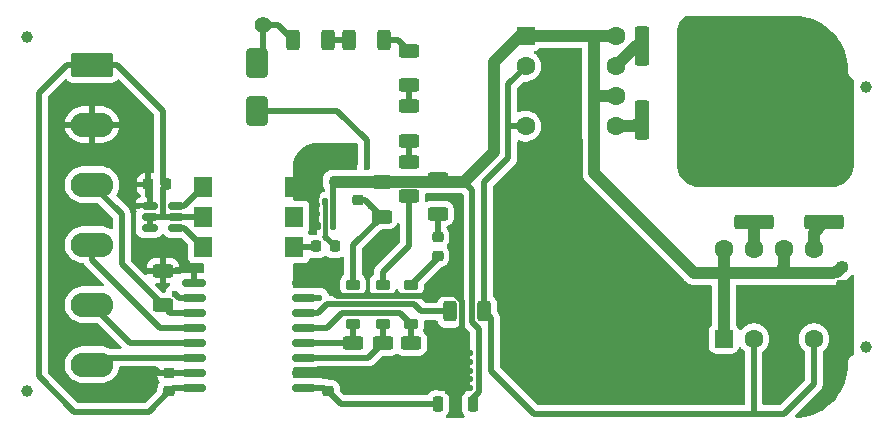
<source format=gbr>
%TF.GenerationSoftware,KiCad,Pcbnew,9.0.1-1.fc42*%
%TF.CreationDate,2025-04-25T16:42:34-04:00*%
%TF.ProjectId,IGBT_DRVR_CM400HA-24H,49474254-5f44-4525-9652-5f434d343030,rev?*%
%TF.SameCoordinates,Original*%
%TF.FileFunction,Copper,L1,Top*%
%TF.FilePolarity,Positive*%
%FSLAX46Y46*%
G04 Gerber Fmt 4.6, Leading zero omitted, Abs format (unit mm)*
G04 Created by KiCad (PCBNEW 9.0.1-1.fc42) date 2025-04-25 16:42:34*
%MOMM*%
%LPD*%
G01*
G04 APERTURE LIST*
G04 Aperture macros list*
%AMRoundRect*
0 Rectangle with rounded corners*
0 $1 Rounding radius*
0 $2 $3 $4 $5 $6 $7 $8 $9 X,Y pos of 4 corners*
0 Add a 4 corners polygon primitive as box body*
4,1,4,$2,$3,$4,$5,$6,$7,$8,$9,$2,$3,0*
0 Add four circle primitives for the rounded corners*
1,1,$1+$1,$2,$3*
1,1,$1+$1,$4,$5*
1,1,$1+$1,$6,$7*
1,1,$1+$1,$8,$9*
0 Add four rect primitives between the rounded corners*
20,1,$1+$1,$2,$3,$4,$5,0*
20,1,$1+$1,$4,$5,$6,$7,0*
20,1,$1+$1,$6,$7,$8,$9,0*
20,1,$1+$1,$8,$9,$2,$3,0*%
%AMFreePoly0*
4,1,9,3.862500,-0.866500,0.737500,-0.866500,0.737500,-0.450000,-0.737500,-0.450000,-0.737500,0.450000,0.737500,0.450000,0.737500,0.866500,3.862500,0.866500,3.862500,-0.866500,3.862500,-0.866500,$1*%
G04 Aperture macros list end*
%TA.AperFunction,SMDPad,CuDef*%
%ADD10C,1.000000*%
%TD*%
%TA.AperFunction,ComponentPad*%
%ADD11RoundRect,0.249999X-1.550001X0.790001X-1.550001X-0.790001X1.550001X-0.790001X1.550001X0.790001X0*%
%TD*%
%TA.AperFunction,ComponentPad*%
%ADD12O,3.600000X2.080000*%
%TD*%
%TA.AperFunction,SMDPad,CuDef*%
%ADD13RoundRect,0.150000X0.875000X0.150000X-0.875000X0.150000X-0.875000X-0.150000X0.875000X-0.150000X0*%
%TD*%
%TA.AperFunction,SMDPad,CuDef*%
%ADD14RoundRect,0.250000X0.362500X1.425000X-0.362500X1.425000X-0.362500X-1.425000X0.362500X-1.425000X0*%
%TD*%
%TA.AperFunction,SMDPad,CuDef*%
%ADD15RoundRect,0.250000X-0.625000X0.312500X-0.625000X-0.312500X0.625000X-0.312500X0.625000X0.312500X0*%
%TD*%
%TA.AperFunction,SMDPad,CuDef*%
%ADD16RoundRect,0.225000X-0.225000X-0.250000X0.225000X-0.250000X0.225000X0.250000X-0.225000X0.250000X0*%
%TD*%
%TA.AperFunction,SMDPad,CuDef*%
%ADD17R,1.585000X1.780000*%
%TD*%
%TA.AperFunction,SMDPad,CuDef*%
%ADD18RoundRect,0.250000X-1.425000X0.362500X-1.425000X-0.362500X1.425000X-0.362500X1.425000X0.362500X0*%
%TD*%
%TA.AperFunction,SMDPad,CuDef*%
%ADD19RoundRect,0.225000X-0.250000X0.225000X-0.250000X-0.225000X0.250000X-0.225000X0.250000X0.225000X0*%
%TD*%
%TA.AperFunction,SMDPad,CuDef*%
%ADD20RoundRect,0.112500X-0.112500X-0.237500X0.112500X-0.237500X0.112500X0.237500X-0.112500X0.237500X0*%
%TD*%
%TA.AperFunction,SMDPad,CuDef*%
%ADD21RoundRect,0.250000X0.625000X-0.312500X0.625000X0.312500X-0.625000X0.312500X-0.625000X-0.312500X0*%
%TD*%
%TA.AperFunction,ComponentPad*%
%ADD22C,0.900000*%
%TD*%
%TA.AperFunction,ComponentPad*%
%ADD23C,8.600000*%
%TD*%
%TA.AperFunction,SMDPad,CuDef*%
%ADD24RoundRect,0.225000X0.225000X-0.425000X0.225000X0.425000X-0.225000X0.425000X-0.225000X-0.425000X0*%
%TD*%
%TA.AperFunction,SMDPad,CuDef*%
%ADD25FreePoly0,90.000000*%
%TD*%
%TA.AperFunction,SMDPad,CuDef*%
%ADD26RoundRect,0.225000X0.250000X-0.225000X0.250000X0.225000X-0.250000X0.225000X-0.250000X-0.225000X0*%
%TD*%
%TA.AperFunction,SMDPad,CuDef*%
%ADD27RoundRect,0.250000X0.312500X0.625000X-0.312500X0.625000X-0.312500X-0.625000X0.312500X-0.625000X0*%
%TD*%
%TA.AperFunction,SMDPad,CuDef*%
%ADD28RoundRect,0.225000X0.225000X0.250000X-0.225000X0.250000X-0.225000X-0.250000X0.225000X-0.250000X0*%
%TD*%
%TA.AperFunction,SMDPad,CuDef*%
%ADD29RoundRect,0.150000X0.512500X0.150000X-0.512500X0.150000X-0.512500X-0.150000X0.512500X-0.150000X0*%
%TD*%
%TA.AperFunction,ComponentPad*%
%ADD30C,1.400000*%
%TD*%
%TA.AperFunction,SMDPad,CuDef*%
%ADD31RoundRect,0.218750X0.256250X-0.218750X0.256250X0.218750X-0.256250X0.218750X-0.256250X-0.218750X0*%
%TD*%
%TA.AperFunction,ComponentPad*%
%ADD32C,1.600000*%
%TD*%
%TA.AperFunction,ComponentPad*%
%ADD33RoundRect,0.250000X-0.550000X-0.550000X0.550000X-0.550000X0.550000X0.550000X-0.550000X0.550000X0*%
%TD*%
%TA.AperFunction,SMDPad,CuDef*%
%ADD34RoundRect,0.225000X-0.375000X0.225000X-0.375000X-0.225000X0.375000X-0.225000X0.375000X0.225000X0*%
%TD*%
%TA.AperFunction,SMDPad,CuDef*%
%ADD35RoundRect,0.250000X-0.312500X-0.625000X0.312500X-0.625000X0.312500X0.625000X-0.312500X0.625000X0*%
%TD*%
%TA.AperFunction,SMDPad,CuDef*%
%ADD36RoundRect,0.250000X-0.650000X1.000000X-0.650000X-1.000000X0.650000X-1.000000X0.650000X1.000000X0*%
%TD*%
%TA.AperFunction,ComponentPad*%
%ADD37RoundRect,0.250000X0.550000X-0.550000X0.550000X0.550000X-0.550000X0.550000X-0.550000X-0.550000X0*%
%TD*%
%TA.AperFunction,ViaPad*%
%ADD38C,0.600000*%
%TD*%
%TA.AperFunction,Conductor*%
%ADD39C,0.500000*%
%TD*%
%TA.AperFunction,Conductor*%
%ADD40C,1.000000*%
%TD*%
%TA.AperFunction,Conductor*%
%ADD41C,0.440000*%
%TD*%
%TA.AperFunction,Conductor*%
%ADD42C,0.250000*%
%TD*%
G04 APERTURE END LIST*
D10*
%TO.P,,*%
%TO.N,*%
X176000000Y-103500000D03*
%TD*%
%TO.P,REF\u002A\u002A,*%
%TO.N,*%
X105000000Y-107250000D03*
%TD*%
%TO.P,REF\u002A\u002A,*%
%TO.N,*%
X105000000Y-77250000D03*
%TD*%
D11*
%TO.P,J5,1,Pin_1*%
%TO.N,+5V*%
X110500000Y-79600000D03*
D12*
%TO.P,J5,2,Pin_2*%
%TO.N,GND*%
X110500000Y-84680000D03*
%TO.P,J5,3,Pin_3*%
%TO.N,/LO_{IN}*%
X110500000Y-89760000D03*
%TO.P,J5,4,Pin_4*%
%TO.N,/LO_{PGOOD}*%
X110500000Y-94840000D03*
%TO.P,J5,5,Pin_5*%
%TO.N,/LO_{DESAT}*%
X110500000Y-99920000D03*
%TO.P,J5,6,Pin_6*%
%TO.N,/V_{OUT}*%
X110500000Y-105000000D03*
%TD*%
D13*
%TO.P,U4,1,V_{CC1}*%
%TO.N,5V_HV*%
X128400000Y-106945000D03*
%TO.P,U4,2,GND1*%
%TO.N,-VDC*%
X128400000Y-105675000D03*
%TO.P,U4,3,INA*%
%TO.N,Net-(D2-A)*%
X128400000Y-104405000D03*
%TO.P,U4,4,INB*%
%TO.N,Net-(D4-A)*%
X128400000Y-103135000D03*
%TO.P,U4,5,INC*%
%TO.N,Net-(D6-A)*%
X128400000Y-101865000D03*
%TO.P,U4,6,OUTD*%
%TO.N,Net-(U4-OUTD)*%
X128400000Y-100595000D03*
%TO.P,U4,7,EN1*%
%TO.N,5V_HV*%
X128400000Y-99325000D03*
%TO.P,U4,8,GND1*%
%TO.N,-VDC*%
X128400000Y-98055000D03*
%TO.P,U4,9,GND2*%
%TO.N,GND*%
X119100000Y-98055000D03*
%TO.P,U4,10,EN2*%
%TO.N,+5V*%
X119100000Y-99325000D03*
%TO.P,U4,11,IND*%
%TO.N,/LO_{IN}*%
X119100000Y-100595000D03*
%TO.P,U4,12,OUTC*%
%TO.N,/LO_{PGOOD}*%
X119100000Y-101865000D03*
%TO.P,U4,13,OUTB*%
%TO.N,/LO_{DESAT}*%
X119100000Y-103135000D03*
%TO.P,U4,14,OUTA*%
%TO.N,/V_{OUT}*%
X119100000Y-104405000D03*
%TO.P,U4,15,GND2*%
%TO.N,GND*%
X119100000Y-105675000D03*
%TO.P,U4,16,V_{CC2}*%
%TO.N,+5V*%
X119100000Y-106945000D03*
%TD*%
D14*
%TO.P,R2,2*%
%TO.N,Net-(U1-OUT_B)*%
X157037500Y-84250000D03*
%TO.P,R2,1*%
%TO.N,Net-(J2-Pin_1)*%
X162962500Y-84250000D03*
%TD*%
D15*
%TO.P,R9,1*%
%TO.N,Net-(D2-A)*%
X135100000Y-103187500D03*
%TO.P,R9,2*%
%TO.N,-VDC*%
X135100000Y-106112500D03*
%TD*%
%TO.P,R11,1*%
%TO.N,15V_HV*%
X135000000Y-89537500D03*
%TO.P,R11,2*%
%TO.N,Net-(D3-A)*%
X135000000Y-92462500D03*
%TD*%
D16*
%TO.P,C3,1*%
%TO.N,GND*%
X115225000Y-89750000D03*
%TO.P,C3,2*%
%TO.N,+5V*%
X116775000Y-89750000D03*
%TD*%
D17*
%TO.P,TR1,1*%
%TO.N,Net-(U3-D2)*%
X119907500Y-89960000D03*
%TO.P,TR1,2*%
%TO.N,+5V*%
X119907500Y-92500000D03*
%TO.P,TR1,3*%
%TO.N,Net-(U3-D1)*%
X119907500Y-95040000D03*
%TO.P,TR1,4*%
%TO.N,Net-(C5-Pad1)*%
X127592500Y-95040000D03*
%TO.P,TR1,5*%
%TO.N,unconnected-(TR1-Pad5)*%
X127592500Y-92500000D03*
%TO.P,TR1,6*%
%TO.N,-VDC*%
X127592500Y-89960000D03*
%TD*%
D18*
%TO.P,R15,1*%
%TO.N,Net-(J2-Pin_1)*%
X166500000Y-87037500D03*
%TO.P,R15,2*%
%TO.N,Net-(U5-OUT_A)*%
X166500000Y-92962500D03*
%TD*%
D15*
%TO.P,R13,1*%
%TO.N,Net-(D6-A)*%
X137500000Y-103187500D03*
%TO.P,R13,2*%
%TO.N,-VDC*%
X137500000Y-106112500D03*
%TD*%
D19*
%TO.P,C8,1*%
%TO.N,15V_HV*%
X133000000Y-89475000D03*
%TO.P,C8,2*%
%TO.N,Net-(D3-A)*%
X133000000Y-91025000D03*
%TD*%
D15*
%TO.P,R6,1*%
%TO.N,Net-(R5-Pad2)*%
X137300000Y-78437500D03*
%TO.P,R6,2*%
%TO.N,Net-(R6-Pad2)*%
X137300000Y-81362500D03*
%TD*%
D20*
%TO.P,D1,1,A*%
%TO.N,-VDC*%
X129600000Y-93250000D03*
%TO.P,D1,2,K*%
%TO.N,15V_HV*%
X130900000Y-93250000D03*
%TO.P,D1,3,COM*%
%TO.N,Net-(D1-COM)*%
X130250000Y-91250000D03*
%TD*%
D21*
%TO.P,R4,1*%
%TO.N,/LO_{IN}*%
X116500000Y-99962500D03*
%TO.P,R4,2*%
%TO.N,GND*%
X116500000Y-97037500D03*
%TD*%
D22*
%TO.P,J2,1,Pin_1*%
%TO.N,Net-(J2-Pin_1)*%
X166775000Y-80000000D03*
X167719581Y-77719581D03*
X167719581Y-82280419D03*
X170000000Y-76775000D03*
D23*
X170000000Y-80000000D03*
D22*
X170000000Y-83225000D03*
X172280419Y-77719581D03*
X172280419Y-82280419D03*
X173225000Y-80000000D03*
%TD*%
D24*
%TO.P,U2,1,OUT*%
%TO.N,5V_HV*%
X139750000Y-108337500D03*
D25*
%TO.P,U2,2,GND*%
%TO.N,-VDC*%
X141250000Y-108250000D03*
D24*
%TO.P,U2,3,IN*%
%TO.N,15V_HV*%
X142750000Y-108337500D03*
%TD*%
D26*
%TO.P,C4,1*%
%TO.N,+5V*%
X117000000Y-107275000D03*
%TO.P,C4,2*%
%TO.N,GND*%
X117000000Y-105725000D03*
%TD*%
D27*
%TO.P,R14,1*%
%TO.N,Net-(U1-IN_A)*%
X143712500Y-100500000D03*
%TO.P,R14,2*%
%TO.N,Net-(U4-OUTD)*%
X140787500Y-100500000D03*
%TD*%
D22*
%TO.P,J3,1,Pin_1*%
%TO.N,-VDC*%
X146775000Y-104000000D03*
X147719581Y-101719581D03*
X147719581Y-106280419D03*
X150000000Y-100775000D03*
D23*
X150000000Y-104000000D03*
D22*
X150000000Y-107225000D03*
X152280419Y-101719581D03*
X152280419Y-106280419D03*
X153225000Y-104000000D03*
%TD*%
D28*
%TO.P,C1,1*%
%TO.N,15V_HV*%
X153025000Y-87300000D03*
%TO.P,C1,2*%
%TO.N,-VDC*%
X151475000Y-87300000D03*
%TD*%
D16*
%TO.P,C5,1*%
%TO.N,Net-(C5-Pad1)*%
X129475000Y-95000000D03*
%TO.P,C5,2*%
%TO.N,Net-(D1-COM)*%
X131025000Y-95000000D03*
%TD*%
D26*
%TO.P,C6,1*%
%TO.N,5V_HV*%
X130500000Y-107275000D03*
%TO.P,C6,2*%
%TO.N,-VDC*%
X130500000Y-105725000D03*
%TD*%
D14*
%TO.P,R1,2*%
%TO.N,Net-(U1-OUT_A)*%
X157037500Y-78000000D03*
%TO.P,R1,1*%
%TO.N,Net-(J2-Pin_1)*%
X162962500Y-78000000D03*
%TD*%
D16*
%TO.P,C7,1*%
%TO.N,-VDC*%
X129475000Y-89500000D03*
%TO.P,C7,2*%
%TO.N,15V_HV*%
X131025000Y-89500000D03*
%TD*%
D29*
%TO.P,U3,1,D1*%
%TO.N,Net-(U3-D1)*%
X117637500Y-93450000D03*
%TO.P,U3,2,VCC*%
%TO.N,+5V*%
X117637500Y-92500000D03*
%TO.P,U3,3,D2*%
%TO.N,Net-(U3-D2)*%
X117637500Y-91550000D03*
%TO.P,U3,4,GND*%
%TO.N,GND*%
X115362500Y-91550000D03*
%TO.P,U3,5,EN*%
%TO.N,+5V*%
X115362500Y-92500000D03*
%TO.P,U3,6,CLK*%
X115362500Y-93450000D03*
%TD*%
D30*
%TO.P,J1,1,Pin_1*%
%TO.N,Net-(D3-K)*%
X125000000Y-76250000D03*
%TD*%
D31*
%TO.P,D5,1,K*%
%TO.N,Net-(D5-K)*%
X139750000Y-95787500D03*
%TO.P,D5,2,A*%
%TO.N,Net-(D5-A)*%
X139750000Y-94212500D03*
%TD*%
D32*
%TO.P,U1,8,EN_B*%
%TO.N,15V_HV*%
X154815000Y-77190000D03*
%TO.P,U1,7,OUT_A*%
%TO.N,Net-(U1-OUT_A)*%
X154815000Y-79730000D03*
%TO.P,U1,6,V+*%
%TO.N,15V_HV*%
X154815000Y-82270000D03*
%TO.P,U1,5,OUT_B*%
%TO.N,Net-(U1-OUT_B)*%
X154815000Y-84810000D03*
%TO.P,U1,4,IN_B*%
%TO.N,Net-(U1-IN_A)*%
X147195000Y-84810000D03*
%TO.P,U1,3,GND*%
%TO.N,-VDC*%
X147195000Y-82270000D03*
%TO.P,U1,2,IN_A*%
%TO.N,Net-(U1-IN_A)*%
X147195000Y-79730000D03*
D33*
%TO.P,U1,1,EN_A*%
%TO.N,15V_HV*%
X147195000Y-77190000D03*
%TD*%
D15*
%TO.P,R7,1*%
%TO.N,Net-(R6-Pad2)*%
X137300000Y-83137500D03*
%TO.P,R7,2*%
%TO.N,Net-(R7-Pad2)*%
X137300000Y-86062500D03*
%TD*%
D34*
%TO.P,D4,1,K*%
%TO.N,Net-(D3-A)*%
X132600000Y-98250000D03*
%TO.P,D4,2,A*%
%TO.N,Net-(D4-A)*%
X132600000Y-101550000D03*
%TD*%
D19*
%TO.P,C9,1*%
%TO.N,15V_HV*%
X174000000Y-96725000D03*
%TO.P,C9,2*%
%TO.N,-VDC*%
X174000000Y-98275000D03*
%TD*%
D35*
%TO.P,R5,1*%
%TO.N,Net-(R3-Pad2)*%
X132287500Y-77500000D03*
%TO.P,R5,2*%
%TO.N,Net-(R5-Pad2)*%
X135212500Y-77500000D03*
%TD*%
D34*
%TO.P,D6,1,K*%
%TO.N,Net-(D5-K)*%
X137500000Y-98250000D03*
%TO.P,D6,2,A*%
%TO.N,Net-(D6-A)*%
X137500000Y-101550000D03*
%TD*%
D18*
%TO.P,R16,1*%
%TO.N,Net-(J2-Pin_1)*%
X172500000Y-87037500D03*
%TO.P,R16,2*%
%TO.N,Net-(U5-OUT_B)*%
X172500000Y-92962500D03*
%TD*%
D36*
%TO.P,D3,1,K*%
%TO.N,Net-(D3-K)*%
X124500000Y-79500000D03*
%TO.P,D3,2,A*%
%TO.N,Net-(D3-A)*%
X124500000Y-83500000D03*
%TD*%
D35*
%TO.P,R3,1*%
%TO.N,Net-(D3-K)*%
X127537500Y-77500000D03*
%TO.P,R3,2*%
%TO.N,Net-(R3-Pad2)*%
X130462500Y-77500000D03*
%TD*%
D15*
%TO.P,R8,1*%
%TO.N,Net-(R7-Pad2)*%
X137300000Y-87837500D03*
%TO.P,R8,2*%
%TO.N,Net-(D2-K)*%
X137300000Y-90762500D03*
%TD*%
D21*
%TO.P,R12,1*%
%TO.N,Net-(D5-A)*%
X139750000Y-92212500D03*
%TO.P,R12,2*%
%TO.N,15V_HV*%
X139750000Y-89287500D03*
%TD*%
D37*
%TO.P,U5,1,EN_A*%
%TO.N,15V_HV*%
X163990000Y-102805000D03*
D32*
%TO.P,U5,2,IN_A*%
%TO.N,Net-(U1-IN_A)*%
X166530000Y-102805000D03*
%TO.P,U5,3,GND*%
%TO.N,-VDC*%
X169070000Y-102805000D03*
%TO.P,U5,4,IN_B*%
%TO.N,Net-(U1-IN_A)*%
X171610000Y-102805000D03*
%TO.P,U5,5,OUT_B*%
%TO.N,Net-(U5-OUT_B)*%
X171610000Y-95185000D03*
%TO.P,U5,6,V+*%
%TO.N,15V_HV*%
X169070000Y-95185000D03*
%TO.P,U5,7,OUT_A*%
%TO.N,Net-(U5-OUT_A)*%
X166530000Y-95185000D03*
%TO.P,U5,8,EN_B*%
%TO.N,15V_HV*%
X163990000Y-95185000D03*
%TD*%
D15*
%TO.P,R10,1*%
%TO.N,Net-(D4-A)*%
X132600000Y-103187500D03*
%TO.P,R10,2*%
%TO.N,-VDC*%
X132600000Y-106112500D03*
%TD*%
D34*
%TO.P,D2,1,K*%
%TO.N,Net-(D2-K)*%
X135100000Y-98250000D03*
%TO.P,D2,2,A*%
%TO.N,Net-(D2-A)*%
X135100000Y-101550000D03*
%TD*%
D10*
%TO.P,REF\u002A\u002A,*%
%TO.N,*%
X176000000Y-81500000D03*
%TD*%
D38*
%TO.N,-VDC*%
X150250000Y-87250000D03*
X128750000Y-90750000D03*
X140000000Y-104000000D03*
X136250000Y-107000000D03*
X131400000Y-105400000D03*
X140750000Y-104000000D03*
X167500000Y-106000000D03*
X130800000Y-98000000D03*
X142500000Y-107000000D03*
X140000000Y-106250000D03*
X129500000Y-92250000D03*
X133900000Y-107000000D03*
X131337500Y-106112500D03*
X167500000Y-104500000D03*
X165500000Y-106000000D03*
X130000000Y-98000000D03*
X162750000Y-98500000D03*
X150250000Y-88250000D03*
X142500000Y-106250000D03*
X133900000Y-105500000D03*
X142500000Y-104000000D03*
X141750000Y-104000000D03*
X162750000Y-99250000D03*
X167500000Y-107500000D03*
X133850000Y-106250000D03*
X128000000Y-97250000D03*
X128750000Y-88500000D03*
X151000000Y-88250000D03*
X165250000Y-100750000D03*
X128000000Y-88500000D03*
X140000000Y-107000000D03*
X151750000Y-88250000D03*
X151000000Y-86500000D03*
X129500000Y-91500000D03*
X151750000Y-86500000D03*
X165500000Y-105250000D03*
X165250000Y-101500000D03*
X130800000Y-97200000D03*
X167500000Y-106750000D03*
X162750000Y-100750000D03*
X129750000Y-105675000D03*
X128000000Y-87750000D03*
X128750000Y-89960000D03*
X150250000Y-86500000D03*
X162750000Y-101500000D03*
X167500000Y-105250000D03*
X142500000Y-104750000D03*
X136250000Y-105500000D03*
X142500000Y-105500000D03*
X136250000Y-106250000D03*
X165500000Y-104500000D03*
X165250000Y-98500000D03*
X140000000Y-104750000D03*
X128750000Y-89250000D03*
X165250000Y-99250000D03*
X162750000Y-100000000D03*
X165250000Y-100000000D03*
X140000000Y-105500000D03*
X130000000Y-97250000D03*
X165500000Y-107500000D03*
X129500000Y-90750000D03*
X129000000Y-97250000D03*
X165500000Y-106750000D03*
%TO.N,5V_HV*%
X129700000Y-106945000D03*
X129750000Y-99325000D03*
%TO.N,GND*%
X116000000Y-105500000D03*
X119000000Y-97000000D03*
X115000000Y-97000000D03*
X115250000Y-105500000D03*
X117750000Y-97000000D03*
X116500000Y-98000000D03*
X116500000Y-96000000D03*
%TO.N,+5V*%
X117750000Y-106945000D03*
X117500671Y-98998998D03*
%TO.N,Net-(D3-A)*%
X134143750Y-91606250D03*
X133750000Y-88250000D03*
%TD*%
D39*
%TO.N,Net-(U1-IN_A)*%
X143712500Y-100500000D02*
X143712500Y-89537500D01*
X143712500Y-89537500D02*
X145750000Y-87500000D01*
X145750000Y-87500000D02*
X145750000Y-81250000D01*
X145750000Y-81250000D02*
X147195000Y-79805000D01*
X147195000Y-79805000D02*
X147195000Y-79730000D01*
X147195000Y-84810000D02*
X145750000Y-84810000D01*
X147195000Y-84310000D02*
X147195000Y-84810000D01*
D40*
%TO.N,15V_HV*%
X142000000Y-89500000D02*
X144500000Y-87000000D01*
X144500000Y-87000000D02*
X144500000Y-79385000D01*
X144500000Y-79385000D02*
X146695000Y-77190000D01*
X146695000Y-77190000D02*
X147195000Y-77190000D01*
D39*
X142699000Y-101422292D02*
X143251000Y-101974292D01*
D40*
X131025000Y-89500000D02*
X142000000Y-89500000D01*
X173360204Y-97124000D02*
X173601000Y-97124000D01*
D39*
X142000000Y-89500000D02*
X142699000Y-90199000D01*
D40*
X151400000Y-77190000D02*
X153000000Y-77190000D01*
X169000000Y-96750000D02*
X169000000Y-97250000D01*
X161500000Y-97250000D02*
X173234204Y-97250000D01*
X163990000Y-95185000D02*
X163990000Y-102805000D01*
X151400000Y-77190000D02*
X154815000Y-77190000D01*
X173601000Y-97124000D02*
X174000000Y-96725000D01*
X154815000Y-82300000D02*
X153000000Y-82300000D01*
D39*
X130926000Y-91724026D02*
X130926000Y-89599000D01*
D40*
X153025000Y-85200000D02*
X153025000Y-88775000D01*
D39*
X143251000Y-107311075D02*
X142811075Y-107751000D01*
D40*
X173234204Y-97250000D02*
X173360204Y-97124000D01*
X153000000Y-85675000D02*
X153025000Y-85700000D01*
D39*
X130921000Y-93021000D02*
X130921000Y-91729026D01*
X142811075Y-107751000D02*
X142750000Y-107751000D01*
X142750000Y-107751000D02*
X142750000Y-108337500D01*
D40*
X154815000Y-82270000D02*
X154815000Y-82300000D01*
X169070000Y-95185000D02*
X169070000Y-96680000D01*
D39*
X130926000Y-89599000D02*
X131025000Y-89500000D01*
X143251000Y-101974292D02*
X143251000Y-107311075D01*
D40*
X153025000Y-88775000D02*
X161500000Y-97250000D01*
D39*
X130921000Y-91729026D02*
X130926000Y-91724026D01*
D40*
X147195000Y-77190000D02*
X151400000Y-77190000D01*
D39*
X142699000Y-90199000D02*
X142699000Y-101422292D01*
D40*
X153000000Y-77190000D02*
X153000000Y-85675000D01*
X169070000Y-96680000D02*
X169000000Y-96750000D01*
D39*
%TO.N,-VDC*%
X141801000Y-99577708D02*
X141223292Y-99000000D01*
X129475000Y-93146000D02*
X129579000Y-93250000D01*
X141750000Y-104000000D02*
X141801000Y-103949000D01*
X139550000Y-99200000D02*
X131200000Y-99200000D01*
X139750000Y-99000000D02*
X139550000Y-99200000D01*
X141801000Y-103949000D02*
X141801000Y-99577708D01*
X130450000Y-105675000D02*
X130500000Y-105725000D01*
X141223292Y-99000000D02*
X139750000Y-99000000D01*
X129475000Y-89500000D02*
X129475000Y-93146000D01*
X131200000Y-99200000D02*
X130000000Y-98000000D01*
%TO.N,5V_HV*%
X131562500Y-108337500D02*
X130500000Y-107275000D01*
X130170000Y-106945000D02*
X130500000Y-107275000D01*
X128400000Y-106945000D02*
X129700000Y-106945000D01*
X129700000Y-106945000D02*
X130170000Y-106945000D01*
X129750000Y-99325000D02*
X128400000Y-99325000D01*
X139750000Y-108337500D02*
X131562500Y-108337500D01*
%TO.N,GND*%
X119100000Y-105675000D02*
X117050000Y-105675000D01*
X119100000Y-98055000D02*
X119100000Y-97100000D01*
X115362500Y-89887500D02*
X115225000Y-89750000D01*
X117050000Y-105675000D02*
X117000000Y-105725000D01*
X115362500Y-91550000D02*
X115362500Y-89887500D01*
X119100000Y-97100000D02*
X119000000Y-97000000D01*
%TO.N,+5V*%
X116500000Y-89725000D02*
X116525000Y-89750000D01*
X117826673Y-99325000D02*
X119100000Y-99325000D01*
X106000000Y-106000000D02*
X106000000Y-82000000D01*
X109000000Y-109000000D02*
X106000000Y-106000000D01*
X116500000Y-92500000D02*
X117637500Y-92500000D01*
X117750000Y-106945000D02*
X117330000Y-106945000D01*
X117330000Y-106945000D02*
X117000000Y-107275000D01*
X119100000Y-106945000D02*
X117750000Y-106945000D01*
X116500000Y-90025000D02*
X116500000Y-92500000D01*
X115362500Y-92500000D02*
X115362500Y-93450000D01*
X116775000Y-89750000D02*
X116500000Y-90025000D01*
X115275000Y-109000000D02*
X109000000Y-109000000D01*
X117387500Y-92500000D02*
X119907500Y-92500000D01*
X115362500Y-92500000D02*
X116500000Y-92500000D01*
X117000000Y-107275000D02*
X115275000Y-109000000D01*
X117500671Y-98998998D02*
X117826673Y-99325000D01*
X108400000Y-79600000D02*
X110500000Y-79600000D01*
X112600000Y-79600000D02*
X116500000Y-83500000D01*
X110500000Y-79600000D02*
X112600000Y-79600000D01*
X106000000Y-82000000D02*
X108400000Y-79600000D01*
X116500000Y-83500000D02*
X116500000Y-89725000D01*
D41*
%TO.N,Net-(D1-COM)*%
X130250000Y-94225000D02*
X130250000Y-91250000D01*
D39*
X131025000Y-95000000D02*
X130250000Y-94225000D01*
%TO.N,Net-(C5-Pad1)*%
X127592500Y-95040000D02*
X129435000Y-95040000D01*
X129435000Y-95040000D02*
X129475000Y-95000000D01*
%TO.N,Net-(D3-A)*%
X132600000Y-94862500D02*
X132600000Y-98250000D01*
X131250000Y-83500000D02*
X124500000Y-83500000D01*
X133750000Y-88250000D02*
X133750000Y-86000000D01*
X134143750Y-91606250D02*
X135000000Y-92462500D01*
X133562500Y-91025000D02*
X134143750Y-91606250D01*
X133750000Y-86000000D02*
X131250000Y-83500000D01*
X135000000Y-92462500D02*
X132600000Y-94862500D01*
X133000000Y-91025000D02*
X133562500Y-91025000D01*
%TO.N,Net-(D2-A)*%
X128400000Y-104405000D02*
X133882500Y-104405000D01*
X135100000Y-103187500D02*
X135100000Y-101550000D01*
X133882500Y-104405000D02*
X135100000Y-103187500D01*
%TO.N,Net-(D2-K)*%
X137300000Y-94950000D02*
X135100000Y-97150000D01*
X135100000Y-97150000D02*
X135100000Y-98250000D01*
X137300000Y-90762500D02*
X137300000Y-94950000D01*
%TO.N,Net-(D3-K)*%
X126250000Y-76250000D02*
X127500000Y-77500000D01*
X127500000Y-77500000D02*
X127537500Y-77500000D01*
X125000000Y-78550000D02*
X125000000Y-76250000D01*
X125000000Y-76250000D02*
X126250000Y-76250000D01*
X124500000Y-79050000D02*
X125000000Y-78550000D01*
%TO.N,Net-(D4-A)*%
X128400000Y-103135000D02*
X132097500Y-103135000D01*
X132600000Y-101550000D02*
X132600000Y-103187500D01*
%TO.N,Net-(D5-A)*%
X139750000Y-94212500D02*
X139750000Y-92212500D01*
%TO.N,Net-(D5-K)*%
X137500000Y-98250000D02*
X139750000Y-96000000D01*
X139750000Y-96000000D02*
X139750000Y-95787500D01*
%TO.N,Net-(D6-A)*%
X137500000Y-101550000D02*
X136599000Y-100649000D01*
X137500000Y-101550000D02*
X137500000Y-103187500D01*
X131627000Y-100649000D02*
X130411000Y-101865000D01*
X136599000Y-100649000D02*
X131627000Y-100649000D01*
X130411000Y-101865000D02*
X128400000Y-101865000D01*
%TO.N,/LO_{IN}*%
X117132500Y-100595000D02*
X119100000Y-100595000D01*
X113000000Y-92260000D02*
X113000000Y-96500000D01*
X110500000Y-89760000D02*
X113000000Y-92260000D01*
X116500000Y-99962500D02*
X117132500Y-100595000D01*
X113000000Y-96500000D02*
X116462500Y-99962500D01*
X116462500Y-99962500D02*
X116500000Y-99962500D01*
%TO.N,/V_{OUT}*%
X110500000Y-105000000D02*
X111095000Y-104405000D01*
X111095000Y-104405000D02*
X119100000Y-104405000D01*
%TO.N,/LO_{PGOOD}*%
X110500000Y-96130000D02*
X116235000Y-101865000D01*
X110500000Y-94840000D02*
X110500000Y-96130000D01*
D42*
X110500000Y-94840000D02*
X110500000Y-96050000D01*
D39*
X116235000Y-101865000D02*
X119100000Y-101865000D01*
%TO.N,/LO_{DESAT}*%
X110500000Y-99920000D02*
X113715000Y-103135000D01*
X113715000Y-103135000D02*
X119100000Y-103135000D01*
D40*
%TO.N,Net-(U1-OUT_B)*%
X154815000Y-84810000D02*
X156477500Y-84810000D01*
X156477500Y-84810000D02*
X157037500Y-84250000D01*
D39*
%TO.N,Net-(R3-Pad2)*%
X130462500Y-77500000D02*
X132287500Y-77500000D01*
%TO.N,Net-(R5-Pad2)*%
X137300000Y-78437500D02*
X136362500Y-77500000D01*
X136362500Y-77500000D02*
X135212500Y-77500000D01*
%TO.N,Net-(R6-Pad2)*%
X137300000Y-83137500D02*
X137300000Y-81362500D01*
%TO.N,Net-(R7-Pad2)*%
X137300000Y-86062500D02*
X137300000Y-87837500D01*
%TO.N,Net-(U4-OUTD)*%
X128400000Y-100595000D02*
X129655000Y-100595000D01*
X129655000Y-100595000D02*
X130349000Y-99901000D01*
X138375000Y-100500000D02*
X140787500Y-100500000D01*
X137776000Y-99901000D02*
X138375000Y-100500000D01*
X130349000Y-99901000D02*
X137776000Y-99901000D01*
%TO.N,Net-(U1-IN_A)*%
X144250000Y-101037500D02*
X144250000Y-105500000D01*
X171610000Y-106640000D02*
X171610000Y-102805000D01*
X169050000Y-109200000D02*
X171610000Y-106640000D01*
X166500000Y-102835000D02*
X166500000Y-109200000D01*
X143712500Y-100500000D02*
X144250000Y-101037500D01*
X147950000Y-109200000D02*
X169050000Y-109200000D01*
X166530000Y-102805000D02*
X166500000Y-102835000D01*
X144250000Y-105500000D02*
X147950000Y-109200000D01*
D40*
%TO.N,Net-(U5-OUT_A)*%
X166530000Y-92992500D02*
X166500000Y-92962500D01*
X166530000Y-95185000D02*
X166530000Y-92992500D01*
%TO.N,Net-(U5-OUT_B)*%
X171610000Y-95185000D02*
X171610000Y-93852500D01*
X171610000Y-93852500D02*
X172500000Y-92962500D01*
D39*
%TO.N,Net-(U3-D1)*%
X117637500Y-93450000D02*
X118317500Y-93450000D01*
X118317500Y-93450000D02*
X119907500Y-95040000D01*
%TO.N,Net-(U3-D2)*%
X118317500Y-91550000D02*
X119907500Y-89960000D01*
X117637500Y-91550000D02*
X118317500Y-91550000D01*
D40*
%TO.N,Net-(U1-OUT_A)*%
X154815000Y-79730000D02*
X154815000Y-79722500D01*
X154815000Y-79722500D02*
X156537500Y-78000000D01*
X156537500Y-78000000D02*
X157037500Y-78000000D01*
%TD*%
%TA.AperFunction,Conductor*%
%TO.N,Net-(J2-Pin_1)*%
G36*
X170002702Y-75500617D02*
G01*
X170386771Y-75517386D01*
X170397506Y-75518326D01*
X170775971Y-75568152D01*
X170786597Y-75570025D01*
X171159284Y-75652648D01*
X171169710Y-75655442D01*
X171533765Y-75770227D01*
X171543911Y-75773920D01*
X171896578Y-75920000D01*
X171906369Y-75924566D01*
X172244942Y-76100816D01*
X172254310Y-76106224D01*
X172576244Y-76311318D01*
X172585105Y-76317523D01*
X172887930Y-76549889D01*
X172896217Y-76556843D01*
X173177635Y-76814715D01*
X173185284Y-76822364D01*
X173443156Y-77103782D01*
X173450110Y-77112069D01*
X173682476Y-77414894D01*
X173688681Y-77423755D01*
X173893775Y-77745689D01*
X173899183Y-77755057D01*
X174075430Y-78093623D01*
X174080002Y-78103427D01*
X174226075Y-78456078D01*
X174229775Y-78466244D01*
X174344554Y-78830278D01*
X174347354Y-78840727D01*
X174429971Y-79213389D01*
X174431849Y-79224042D01*
X174481671Y-79602473D01*
X174482614Y-79613249D01*
X174499382Y-79997297D01*
X174499500Y-80002706D01*
X174499500Y-80092710D01*
X174533571Y-80274973D01*
X174533572Y-80274975D01*
X174600551Y-80447869D01*
X174600553Y-80447875D01*
X174698161Y-80605517D01*
X174698163Y-80605519D01*
X174805134Y-80722861D01*
X174823080Y-80742546D01*
X174950728Y-80838941D01*
X174992362Y-80895047D01*
X175000000Y-80937893D01*
X175000000Y-81398945D01*
X174999500Y-81401459D01*
X174999500Y-81598541D01*
X175000000Y-81601054D01*
X175000000Y-87995572D01*
X174999684Y-88004418D01*
X174980275Y-88275785D01*
X174977757Y-88293297D01*
X174920872Y-88554794D01*
X174915888Y-88571770D01*
X174822361Y-88822524D01*
X174815011Y-88838617D01*
X174686758Y-89073496D01*
X174677193Y-89088380D01*
X174516811Y-89302624D01*
X174505225Y-89315994D01*
X174315994Y-89505225D01*
X174302624Y-89516811D01*
X174088380Y-89677193D01*
X174073496Y-89686758D01*
X173838617Y-89815011D01*
X173822524Y-89822361D01*
X173571770Y-89915888D01*
X173554794Y-89920872D01*
X173293297Y-89977757D01*
X173275785Y-89980275D01*
X173004418Y-89999684D01*
X172995572Y-90000000D01*
X162004428Y-90000000D01*
X161995582Y-89999684D01*
X161724214Y-89980275D01*
X161706702Y-89977757D01*
X161445205Y-89920872D01*
X161428229Y-89915888D01*
X161177475Y-89822361D01*
X161161382Y-89815011D01*
X160926503Y-89686758D01*
X160911619Y-89677193D01*
X160697375Y-89516811D01*
X160684005Y-89505225D01*
X160494774Y-89315994D01*
X160483188Y-89302624D01*
X160322802Y-89088375D01*
X160313244Y-89073501D01*
X160184987Y-88838616D01*
X160177638Y-88822524D01*
X160084108Y-88571762D01*
X160079129Y-88554803D01*
X160022241Y-88293291D01*
X160019724Y-88275785D01*
X160000316Y-88004418D01*
X160000000Y-87995572D01*
X160000000Y-77004427D01*
X160000316Y-76995581D01*
X160008021Y-76887852D01*
X160019724Y-76724207D01*
X160022240Y-76706710D01*
X160079130Y-76445192D01*
X160084107Y-76428241D01*
X160177640Y-76177470D01*
X160184985Y-76161388D01*
X160313248Y-75926491D01*
X160322798Y-75911630D01*
X160483195Y-75697366D01*
X160494761Y-75684018D01*
X160641963Y-75536816D01*
X160703284Y-75503334D01*
X160729642Y-75500500D01*
X169934108Y-75500500D01*
X169997294Y-75500500D01*
X170002702Y-75500617D01*
G37*
%TD.AperFunction*%
%TD*%
%TA.AperFunction,Conductor*%
%TO.N,GND*%
G36*
X108296973Y-80838661D02*
G01*
X108323333Y-80840547D01*
X108332386Y-80846365D01*
X108339426Y-80847897D01*
X108367680Y-80869048D01*
X108481344Y-80982712D01*
X108630665Y-81074814D01*
X108797202Y-81129999D01*
X108899990Y-81140500D01*
X108899995Y-81140500D01*
X112100005Y-81140500D01*
X112100010Y-81140500D01*
X112202798Y-81129999D01*
X112369335Y-81074814D01*
X112518656Y-80982712D01*
X112632319Y-80869049D01*
X112693642Y-80835564D01*
X112763334Y-80840548D01*
X112807681Y-80869049D01*
X115713181Y-83774549D01*
X115746666Y-83835872D01*
X115749500Y-83862230D01*
X115749500Y-88664305D01*
X115729815Y-88731344D01*
X115677011Y-88777099D01*
X115607853Y-88787043D01*
X115599551Y-88785560D01*
X115597607Y-88785144D01*
X115498322Y-88775000D01*
X115475000Y-88775000D01*
X115475000Y-90620000D01*
X115488500Y-90620000D01*
X115555539Y-90639685D01*
X115601294Y-90692489D01*
X115612500Y-90744000D01*
X115612500Y-91426000D01*
X115592815Y-91493039D01*
X115540011Y-91538794D01*
X115488500Y-91550000D01*
X115362500Y-91550000D01*
X115362500Y-91575500D01*
X115342815Y-91642539D01*
X115290011Y-91688294D01*
X115238500Y-91699500D01*
X114784298Y-91699500D01*
X114747432Y-91702401D01*
X114747426Y-91702402D01*
X114589606Y-91748254D01*
X114589603Y-91748255D01*
X114531306Y-91782732D01*
X114468185Y-91800000D01*
X114202705Y-91800000D01*
X114202704Y-91800001D01*
X114202899Y-91802488D01*
X114202900Y-91802494D01*
X114248716Y-91960193D01*
X114248720Y-91960203D01*
X114249427Y-91961398D01*
X114249695Y-91962454D01*
X114251816Y-91967356D01*
X114251024Y-91967698D01*
X114266603Y-92029123D01*
X114250993Y-92082284D01*
X114251355Y-92082441D01*
X114250087Y-92085369D01*
X114249427Y-92087620D01*
X114248259Y-92089594D01*
X114248254Y-92089607D01*
X114202402Y-92247426D01*
X114202401Y-92247432D01*
X114199500Y-92284298D01*
X114199500Y-92715701D01*
X114202401Y-92752567D01*
X114202402Y-92752573D01*
X114248254Y-92910393D01*
X114248254Y-92910394D01*
X114248255Y-92910396D01*
X114248256Y-92910398D01*
X114249133Y-92911881D01*
X114249466Y-92913195D01*
X114251353Y-92917554D01*
X114250649Y-92917858D01*
X114266315Y-92979604D01*
X114250861Y-93032233D01*
X114251353Y-93032446D01*
X114249630Y-93036426D01*
X114249133Y-93038118D01*
X114248506Y-93039177D01*
X114248254Y-93039605D01*
X114248254Y-93039606D01*
X114202402Y-93197426D01*
X114202401Y-93197432D01*
X114199500Y-93234298D01*
X114199500Y-93665701D01*
X114202401Y-93702567D01*
X114202402Y-93702573D01*
X114248254Y-93860393D01*
X114248255Y-93860396D01*
X114331732Y-94001550D01*
X114331918Y-94001864D01*
X114331923Y-94001870D01*
X114448129Y-94118076D01*
X114448133Y-94118079D01*
X114448135Y-94118081D01*
X114589602Y-94201744D01*
X114631224Y-94213836D01*
X114747426Y-94247597D01*
X114747429Y-94247597D01*
X114747431Y-94247598D01*
X114784306Y-94250500D01*
X114784314Y-94250500D01*
X115940686Y-94250500D01*
X115940694Y-94250500D01*
X115977569Y-94247598D01*
X115977571Y-94247597D01*
X115977573Y-94247597D01*
X116019191Y-94235505D01*
X116135398Y-94201744D01*
X116276865Y-94118081D01*
X116393081Y-94001865D01*
X116393267Y-94001549D01*
X116393477Y-94001353D01*
X116397861Y-93995702D01*
X116398772Y-93996409D01*
X116444336Y-93953866D01*
X116513077Y-93941362D01*
X116577667Y-93968006D01*
X116601855Y-93995921D01*
X116602139Y-93995702D01*
X116606179Y-94000911D01*
X116606732Y-94001548D01*
X116606919Y-94001865D01*
X116606921Y-94001867D01*
X116606923Y-94001870D01*
X116723129Y-94118076D01*
X116723133Y-94118079D01*
X116723135Y-94118081D01*
X116864602Y-94201744D01*
X116906224Y-94213836D01*
X117022426Y-94247597D01*
X117022429Y-94247597D01*
X117022431Y-94247598D01*
X117059306Y-94250500D01*
X118005270Y-94250500D01*
X118072309Y-94270185D01*
X118092951Y-94286819D01*
X118578181Y-94772048D01*
X118611666Y-94833371D01*
X118614500Y-94859729D01*
X118614500Y-95977870D01*
X118614501Y-95977876D01*
X118620908Y-96037483D01*
X118671202Y-96172328D01*
X118671206Y-96172335D01*
X118757452Y-96287544D01*
X118757455Y-96287547D01*
X118872664Y-96373793D01*
X118872671Y-96373797D01*
X119007517Y-96424091D01*
X119007516Y-96424091D01*
X119014444Y-96424835D01*
X119067127Y-96430500D01*
X119876001Y-96430499D01*
X119943039Y-96450183D01*
X119988794Y-96502987D01*
X120000000Y-96554499D01*
X120000000Y-97131000D01*
X119980315Y-97198039D01*
X119927511Y-97243794D01*
X119876000Y-97255000D01*
X119350000Y-97255000D01*
X119350000Y-97931000D01*
X119330315Y-97998039D01*
X119277511Y-98043794D01*
X119226000Y-98055000D01*
X118974000Y-98055000D01*
X118906961Y-98035315D01*
X118861206Y-97982511D01*
X118850000Y-97931000D01*
X118850000Y-97255000D01*
X118159350Y-97255000D01*
X118122510Y-97257899D01*
X118122504Y-97257900D01*
X117978204Y-97299824D01*
X117908334Y-97299625D01*
X117887965Y-97287500D01*
X116750000Y-97287500D01*
X116750000Y-98099999D01*
X116996482Y-98099999D01*
X117063521Y-98119684D01*
X117109276Y-98172488D01*
X117119220Y-98241646D01*
X117090195Y-98305202D01*
X117065373Y-98327101D01*
X116990382Y-98377208D01*
X116990378Y-98377211D01*
X116878884Y-98488705D01*
X116878881Y-98488709D01*
X116791280Y-98619812D01*
X116791273Y-98619825D01*
X116730935Y-98765496D01*
X116730934Y-98765500D01*
X116730934Y-98765501D01*
X116724132Y-98799692D01*
X116709417Y-98827824D01*
X116696229Y-98856703D01*
X116693340Y-98858559D01*
X116691749Y-98861602D01*
X116664157Y-98877313D01*
X116637451Y-98894477D01*
X116632857Y-98895137D01*
X116631034Y-98896176D01*
X116602516Y-98899500D01*
X116512229Y-98899500D01*
X116445190Y-98879815D01*
X116424548Y-98863181D01*
X115873048Y-98311680D01*
X115839563Y-98250357D01*
X115844547Y-98180665D01*
X115886419Y-98124732D01*
X115951883Y-98100315D01*
X115960729Y-98099999D01*
X116249999Y-98099999D01*
X116250000Y-98099998D01*
X116250000Y-97287500D01*
X115125001Y-97287500D01*
X115115344Y-97297156D01*
X115105316Y-97331310D01*
X115052512Y-97377065D01*
X114983354Y-97387009D01*
X114919798Y-97357984D01*
X114913320Y-97351952D01*
X114236381Y-96675013D01*
X115125000Y-96675013D01*
X115125000Y-96787500D01*
X116250000Y-96787500D01*
X116750000Y-96787500D01*
X117874999Y-96787500D01*
X117874999Y-96675028D01*
X117874998Y-96675013D01*
X117864505Y-96572302D01*
X117809358Y-96405880D01*
X117809356Y-96405875D01*
X117717315Y-96256654D01*
X117593345Y-96132684D01*
X117444124Y-96040643D01*
X117444119Y-96040641D01*
X117277697Y-95985494D01*
X117277690Y-95985493D01*
X117174986Y-95975000D01*
X116750000Y-95975000D01*
X116750000Y-96787500D01*
X116250000Y-96787500D01*
X116250000Y-95975000D01*
X115825028Y-95975000D01*
X115825012Y-95975001D01*
X115722302Y-95985494D01*
X115555880Y-96040641D01*
X115555875Y-96040643D01*
X115406654Y-96132684D01*
X115282684Y-96256654D01*
X115190643Y-96405875D01*
X115190641Y-96405880D01*
X115135494Y-96572302D01*
X115135493Y-96572309D01*
X115125000Y-96675013D01*
X114236381Y-96675013D01*
X113786819Y-96225451D01*
X113753334Y-96164128D01*
X113750500Y-96137770D01*
X113750500Y-92186079D01*
X113721659Y-92041092D01*
X113721658Y-92041091D01*
X113721658Y-92041087D01*
X113665084Y-91904505D01*
X113596973Y-91802569D01*
X113582952Y-91781584D01*
X113101366Y-91299998D01*
X114202704Y-91299998D01*
X114202705Y-91300000D01*
X115112500Y-91300000D01*
X115112500Y-90855000D01*
X115099000Y-90855000D01*
X115031961Y-90835315D01*
X114986206Y-90782511D01*
X114975000Y-90731000D01*
X114975000Y-90000000D01*
X114275001Y-90000000D01*
X114275001Y-90048322D01*
X114285144Y-90147607D01*
X114338452Y-90308481D01*
X114338457Y-90308492D01*
X114427424Y-90452728D01*
X114427427Y-90452732D01*
X114547268Y-90572573D01*
X114580539Y-90593095D01*
X114627263Y-90645043D01*
X114638484Y-90714006D01*
X114610641Y-90778088D01*
X114578562Y-90805365D01*
X114448447Y-90882314D01*
X114448438Y-90882321D01*
X114332321Y-90998438D01*
X114332314Y-90998447D01*
X114248718Y-91139801D01*
X114202899Y-91297513D01*
X114202704Y-91299998D01*
X113101366Y-91299998D01*
X112564581Y-90763213D01*
X112531096Y-90701890D01*
X112536080Y-90632198D01*
X112551945Y-90602645D01*
X112577553Y-90567399D01*
X112577554Y-90567398D01*
X112687638Y-90351347D01*
X112762568Y-90120735D01*
X112782110Y-89997347D01*
X112800500Y-89881245D01*
X112800500Y-89638754D01*
X112773443Y-89467926D01*
X112770869Y-89451677D01*
X114275000Y-89451677D01*
X114275000Y-89500000D01*
X114975000Y-89500000D01*
X114975000Y-88774999D01*
X114951693Y-88775000D01*
X114951674Y-88775001D01*
X114852392Y-88785144D01*
X114691518Y-88838452D01*
X114691507Y-88838457D01*
X114547271Y-88927424D01*
X114547267Y-88927427D01*
X114427427Y-89047267D01*
X114427424Y-89047271D01*
X114338457Y-89191507D01*
X114338452Y-89191518D01*
X114285144Y-89352393D01*
X114275000Y-89451677D01*
X112770869Y-89451677D01*
X112770558Y-89449712D01*
X112762568Y-89399265D01*
X112725103Y-89283959D01*
X112687639Y-89168655D01*
X112625788Y-89047267D01*
X112577554Y-88952602D01*
X112494620Y-88838452D01*
X112435033Y-88756437D01*
X112435029Y-88756432D01*
X112263567Y-88584970D01*
X112263562Y-88584966D01*
X112067401Y-88442448D01*
X112067400Y-88442447D01*
X112067398Y-88442446D01*
X111959372Y-88387404D01*
X111851344Y-88332360D01*
X111620736Y-88257432D01*
X111381245Y-88219500D01*
X111381240Y-88219500D01*
X109618760Y-88219500D01*
X109618755Y-88219500D01*
X109379263Y-88257432D01*
X109148655Y-88332360D01*
X108932598Y-88442448D01*
X108736437Y-88584966D01*
X108736432Y-88584970D01*
X108564970Y-88756432D01*
X108564966Y-88756437D01*
X108422448Y-88952598D01*
X108312360Y-89168655D01*
X108237432Y-89399263D01*
X108199500Y-89638754D01*
X108199500Y-89881245D01*
X108237432Y-90120736D01*
X108312360Y-90351344D01*
X108312362Y-90351347D01*
X108410675Y-90544297D01*
X108422448Y-90567401D01*
X108564966Y-90763562D01*
X108564970Y-90763567D01*
X108736432Y-90935029D01*
X108736437Y-90935033D01*
X108823720Y-90998447D01*
X108932602Y-91077554D01*
X109148653Y-91187638D01*
X109148655Y-91187639D01*
X109263959Y-91225103D01*
X109379265Y-91262568D01*
X109490186Y-91280136D01*
X109618755Y-91300500D01*
X109618760Y-91300500D01*
X110927770Y-91300500D01*
X110994809Y-91320185D01*
X111015451Y-91336819D01*
X112213181Y-92534549D01*
X112246666Y-92595872D01*
X112249500Y-92622230D01*
X112249500Y-93412881D01*
X112229815Y-93479920D01*
X112177011Y-93525675D01*
X112107853Y-93535619D01*
X112069205Y-93523366D01*
X111851344Y-93412360D01*
X111620736Y-93337432D01*
X111381245Y-93299500D01*
X111381240Y-93299500D01*
X109618760Y-93299500D01*
X109618755Y-93299500D01*
X109379263Y-93337432D01*
X109148655Y-93412360D01*
X108932598Y-93522448D01*
X108736437Y-93664966D01*
X108736432Y-93664970D01*
X108564970Y-93836432D01*
X108564966Y-93836437D01*
X108422448Y-94032598D01*
X108312360Y-94248655D01*
X108237432Y-94479263D01*
X108199500Y-94718754D01*
X108199500Y-94961245D01*
X108237432Y-95200736D01*
X108312360Y-95431344D01*
X108422448Y-95647401D01*
X108564966Y-95843562D01*
X108564970Y-95843567D01*
X108736432Y-96015029D01*
X108736437Y-96015033D01*
X108898371Y-96132684D01*
X108932602Y-96157554D01*
X109097504Y-96241576D01*
X109148655Y-96267639D01*
X109263633Y-96304997D01*
X109379265Y-96342568D01*
X109490186Y-96360136D01*
X109618755Y-96380500D01*
X109618760Y-96380500D01*
X109708572Y-96380500D01*
X109720578Y-96384025D01*
X109733045Y-96382939D01*
X109753469Y-96393683D01*
X109775611Y-96400185D01*
X109785294Y-96410424D01*
X109794881Y-96415468D01*
X109807177Y-96433565D01*
X109816468Y-96443390D01*
X109820218Y-96450012D01*
X109834916Y-96485495D01*
X109867813Y-96534729D01*
X109870349Y-96538525D01*
X109870359Y-96538542D01*
X109917046Y-96608414D01*
X109917052Y-96608421D01*
X111476677Y-98168045D01*
X111510162Y-98229368D01*
X111505178Y-98299060D01*
X111463306Y-98354993D01*
X111397842Y-98379410D01*
X111386112Y-98379370D01*
X111386112Y-98379500D01*
X109618755Y-98379500D01*
X109379263Y-98417432D01*
X109148655Y-98492360D01*
X108932598Y-98602448D01*
X108736437Y-98744966D01*
X108736432Y-98744970D01*
X108564970Y-98916432D01*
X108564966Y-98916437D01*
X108422448Y-99112598D01*
X108312360Y-99328655D01*
X108237432Y-99559263D01*
X108199500Y-99798754D01*
X108199500Y-100041245D01*
X108237432Y-100280736D01*
X108312360Y-100511344D01*
X108422448Y-100727401D01*
X108564966Y-100923562D01*
X108564970Y-100923567D01*
X108736432Y-101095029D01*
X108736437Y-101095033D01*
X108907539Y-101219345D01*
X108932602Y-101237554D01*
X109148653Y-101347638D01*
X109148655Y-101347639D01*
X109263959Y-101385103D01*
X109379265Y-101422568D01*
X109490186Y-101440136D01*
X109618755Y-101460500D01*
X109618760Y-101460500D01*
X110927770Y-101460500D01*
X110994809Y-101480185D01*
X111015451Y-101496819D01*
X112018632Y-102500000D01*
X112961452Y-103442819D01*
X112994937Y-103504142D01*
X112989953Y-103573834D01*
X112948081Y-103629767D01*
X112882617Y-103654184D01*
X112873771Y-103654500D01*
X112042322Y-103654500D01*
X111986027Y-103640985D01*
X111851344Y-103572360D01*
X111620736Y-103497432D01*
X111381245Y-103459500D01*
X111381240Y-103459500D01*
X109618760Y-103459500D01*
X109618755Y-103459500D01*
X109379263Y-103497432D01*
X109148655Y-103572360D01*
X108932598Y-103682448D01*
X108736437Y-103824966D01*
X108736432Y-103824970D01*
X108564970Y-103996432D01*
X108564966Y-103996437D01*
X108422448Y-104192598D01*
X108312360Y-104408655D01*
X108237432Y-104639263D01*
X108199500Y-104878754D01*
X108199500Y-105121245D01*
X108237432Y-105360736D01*
X108312360Y-105591344D01*
X108422448Y-105807401D01*
X108564966Y-106003562D01*
X108564970Y-106003567D01*
X108736432Y-106175029D01*
X108736437Y-106175033D01*
X108891851Y-106287947D01*
X108932602Y-106317554D01*
X109117893Y-106411965D01*
X109148655Y-106427639D01*
X109263959Y-106465103D01*
X109379265Y-106502568D01*
X109490186Y-106520136D01*
X109618755Y-106540500D01*
X109618760Y-106540500D01*
X111381245Y-106540500D01*
X111497347Y-106522110D01*
X111620735Y-106502568D01*
X111851347Y-106427638D01*
X112067398Y-106317554D01*
X112263569Y-106175028D01*
X112435028Y-106003569D01*
X112577554Y-105807398D01*
X112687638Y-105591347D01*
X112762568Y-105360735D01*
X112778507Y-105260102D01*
X112808436Y-105196967D01*
X112867748Y-105160036D01*
X112900980Y-105155500D01*
X115928668Y-105155500D01*
X115995707Y-105175185D01*
X116041462Y-105227989D01*
X116051406Y-105297147D01*
X116046374Y-105318505D01*
X116035143Y-105352394D01*
X116025000Y-105451677D01*
X116025000Y-105475000D01*
X117445000Y-105475000D01*
X117458681Y-105461319D01*
X117520004Y-105427834D01*
X117546362Y-105425000D01*
X118976000Y-105425000D01*
X119043039Y-105444685D01*
X119088794Y-105497489D01*
X119100000Y-105549000D01*
X119100000Y-105801000D01*
X119080315Y-105868039D01*
X119027511Y-105913794D01*
X118976000Y-105925000D01*
X118105000Y-105925000D01*
X118091319Y-105938681D01*
X118029996Y-105972166D01*
X118003638Y-105975000D01*
X116025001Y-105975000D01*
X116025001Y-105998322D01*
X116035144Y-106097607D01*
X116088452Y-106258481D01*
X116088457Y-106258492D01*
X116177424Y-106402728D01*
X116177427Y-106402732D01*
X116186660Y-106411965D01*
X116220145Y-106473288D01*
X116215161Y-106542980D01*
X116186663Y-106587324D01*
X116177033Y-106596953D01*
X116177029Y-106596959D01*
X116088001Y-106741294D01*
X116087996Y-106741305D01*
X116034651Y-106902290D01*
X116024500Y-107001647D01*
X116024500Y-107137770D01*
X116004815Y-107204809D01*
X115988181Y-107225451D01*
X115000451Y-108213181D01*
X114939128Y-108246666D01*
X114912770Y-108249500D01*
X109362229Y-108249500D01*
X109295190Y-108229815D01*
X109274548Y-108213181D01*
X106786819Y-105725451D01*
X106753334Y-105664128D01*
X106750500Y-105637770D01*
X106750500Y-84430000D01*
X108220400Y-84430000D01*
X109845879Y-84430000D01*
X109826901Y-84475818D01*
X109800000Y-84611056D01*
X109800000Y-84748944D01*
X109826901Y-84884182D01*
X109845879Y-84930000D01*
X108220400Y-84930000D01*
X108237919Y-85040618D01*
X108312827Y-85271159D01*
X108422874Y-85487136D01*
X108565356Y-85683245D01*
X108736754Y-85854643D01*
X108932863Y-85997125D01*
X109148840Y-86107172D01*
X109379381Y-86182079D01*
X109618800Y-86220000D01*
X110250000Y-86220000D01*
X110250000Y-85334120D01*
X110295818Y-85353099D01*
X110431056Y-85380000D01*
X110568944Y-85380000D01*
X110704182Y-85353099D01*
X110750000Y-85334120D01*
X110750000Y-86220000D01*
X111381200Y-86220000D01*
X111620618Y-86182079D01*
X111851159Y-86107172D01*
X112067136Y-85997125D01*
X112263245Y-85854643D01*
X112434643Y-85683245D01*
X112577125Y-85487136D01*
X112687172Y-85271159D01*
X112762080Y-85040618D01*
X112779600Y-84930000D01*
X111154121Y-84930000D01*
X111173099Y-84884182D01*
X111200000Y-84748944D01*
X111200000Y-84611056D01*
X111173099Y-84475818D01*
X111154121Y-84430000D01*
X112779600Y-84430000D01*
X112762080Y-84319381D01*
X112687172Y-84088840D01*
X112577125Y-83872863D01*
X112434643Y-83676754D01*
X112263245Y-83505356D01*
X112067136Y-83362874D01*
X111851159Y-83252827D01*
X111620618Y-83177920D01*
X111381200Y-83140000D01*
X110750000Y-83140000D01*
X110750000Y-84025879D01*
X110704182Y-84006901D01*
X110568944Y-83980000D01*
X110431056Y-83980000D01*
X110295818Y-84006901D01*
X110250000Y-84025879D01*
X110250000Y-83140000D01*
X109618800Y-83140000D01*
X109379381Y-83177920D01*
X109148840Y-83252827D01*
X108932863Y-83362874D01*
X108736754Y-83505356D01*
X108565356Y-83676754D01*
X108422874Y-83872863D01*
X108312827Y-84088840D01*
X108237919Y-84319381D01*
X108220400Y-84430000D01*
X106750500Y-84430000D01*
X106750500Y-82362228D01*
X106770185Y-82295189D01*
X106786814Y-82274552D01*
X108192318Y-80869047D01*
X108200263Y-80864709D01*
X108205689Y-80857462D01*
X108230448Y-80848227D01*
X108253641Y-80835563D01*
X108262670Y-80836208D01*
X108271153Y-80833045D01*
X108296973Y-80838661D01*
G37*
%TD.AperFunction*%
%TD*%
%TA.AperFunction,Conductor*%
%TO.N,-VDC*%
G36*
X139703454Y-101270185D02*
G01*
X139749209Y-101322989D01*
X139754118Y-101335489D01*
X139790186Y-101444334D01*
X139882288Y-101593656D01*
X140006344Y-101717712D01*
X140155666Y-101809814D01*
X140322203Y-101864999D01*
X140424991Y-101875500D01*
X141150008Y-101875499D01*
X141150016Y-101875498D01*
X141150019Y-101875498D01*
X141206302Y-101869748D01*
X141252797Y-101864999D01*
X141419334Y-101809814D01*
X141568656Y-101717712D01*
X141692712Y-101593656D01*
X141735172Y-101524815D01*
X141787116Y-101478093D01*
X141856079Y-101466870D01*
X141920161Y-101494712D01*
X141959018Y-101552781D01*
X141962326Y-101565721D01*
X141977340Y-101641200D01*
X141977343Y-101641209D01*
X142033913Y-101777782D01*
X142033914Y-101777783D01*
X142033916Y-101777787D01*
X142055316Y-101809814D01*
X142099204Y-101875499D01*
X142116049Y-101900709D01*
X142464181Y-102248841D01*
X142497666Y-102310164D01*
X142500500Y-102336522D01*
X142500500Y-106948843D01*
X142491855Y-106978282D01*
X142485331Y-107008273D01*
X142481576Y-107013287D01*
X142480815Y-107015882D01*
X142464179Y-107036527D01*
X142446571Y-107054134D01*
X142406351Y-107081009D01*
X142394505Y-107085916D01*
X142271581Y-107168050D01*
X142167055Y-107272576D01*
X142166401Y-107273374D01*
X142165268Y-107274363D01*
X142162742Y-107276890D01*
X142162571Y-107276719D01*
X142135647Y-107300245D01*
X142071956Y-107339531D01*
X141952029Y-107459459D01*
X141863001Y-107603794D01*
X141862996Y-107603805D01*
X141809651Y-107764790D01*
X141799500Y-107864147D01*
X141799500Y-108810837D01*
X141799501Y-108810855D01*
X141809650Y-108910207D01*
X141809651Y-108910210D01*
X141862996Y-109071194D01*
X141863001Y-109071205D01*
X141952029Y-109215540D01*
X141952032Y-109215544D01*
X142024307Y-109287819D01*
X142057792Y-109349142D01*
X142052808Y-109418834D01*
X142010936Y-109474767D01*
X141945472Y-109499184D01*
X141936626Y-109499500D01*
X140563374Y-109499500D01*
X140496335Y-109479815D01*
X140450580Y-109427011D01*
X140440636Y-109357853D01*
X140469661Y-109294297D01*
X140475693Y-109287819D01*
X140480895Y-109282617D01*
X140547968Y-109215544D01*
X140637003Y-109071197D01*
X140690349Y-108910208D01*
X140700500Y-108810845D01*
X140700499Y-107864156D01*
X140690349Y-107764792D01*
X140637003Y-107603803D01*
X140636999Y-107603797D01*
X140636998Y-107603794D01*
X140547970Y-107459459D01*
X140547967Y-107459455D01*
X140428044Y-107339532D01*
X140428040Y-107339529D01*
X140283705Y-107250501D01*
X140283699Y-107250498D01*
X140283697Y-107250497D01*
X140266933Y-107244942D01*
X140122709Y-107197151D01*
X140023346Y-107187000D01*
X139476662Y-107187000D01*
X139476644Y-107187001D01*
X139377292Y-107197150D01*
X139377289Y-107197151D01*
X139216305Y-107250496D01*
X139216294Y-107250501D01*
X139071959Y-107339529D01*
X139071955Y-107339532D01*
X138952032Y-107459455D01*
X138952029Y-107459459D01*
X138909693Y-107528097D01*
X138857745Y-107574822D01*
X138804155Y-107587000D01*
X131924730Y-107587000D01*
X131857691Y-107567315D01*
X131837049Y-107550681D01*
X131511818Y-107225450D01*
X131478333Y-107164127D01*
X131475499Y-107137769D01*
X131475499Y-107001658D01*
X131475498Y-107001644D01*
X131465349Y-106902292D01*
X131465348Y-106902289D01*
X131450972Y-106858905D01*
X131412003Y-106741303D01*
X131411999Y-106741297D01*
X131411998Y-106741294D01*
X131322970Y-106596959D01*
X131322967Y-106596955D01*
X131203044Y-106477032D01*
X131203040Y-106477029D01*
X131058705Y-106388001D01*
X131058699Y-106387998D01*
X131058697Y-106387997D01*
X131058694Y-106387996D01*
X130897709Y-106334651D01*
X130798352Y-106324500D01*
X130798345Y-106324500D01*
X130629835Y-106324500D01*
X130562796Y-106304815D01*
X130560945Y-106303603D01*
X130525491Y-106279913D01*
X130388917Y-106223343D01*
X130388907Y-106223340D01*
X130243920Y-106194500D01*
X130243918Y-106194500D01*
X130004604Y-106194500D01*
X129957155Y-106185062D01*
X129933497Y-106175263D01*
X129933493Y-106175262D01*
X129933488Y-106175260D01*
X129778845Y-106144500D01*
X129778842Y-106144500D01*
X129621158Y-106144500D01*
X129500338Y-106168531D01*
X129441556Y-106165991D01*
X129377572Y-106147403D01*
X129377573Y-106147403D01*
X129377569Y-106147402D01*
X129377566Y-106147401D01*
X129377563Y-106147401D01*
X129340701Y-106144500D01*
X129340694Y-106144500D01*
X127624000Y-106144500D01*
X127556961Y-106124815D01*
X127511206Y-106072011D01*
X127500000Y-106020500D01*
X127500000Y-105329500D01*
X127519685Y-105262461D01*
X127572489Y-105216706D01*
X127624000Y-105205500D01*
X129340686Y-105205500D01*
X129340694Y-105205500D01*
X129377569Y-105202598D01*
X129377571Y-105202597D01*
X129377573Y-105202597D01*
X129522733Y-105160424D01*
X129557328Y-105155500D01*
X133956420Y-105155500D01*
X134053962Y-105136096D01*
X134101413Y-105126658D01*
X134230760Y-105073081D01*
X134237991Y-105070086D01*
X134237992Y-105070085D01*
X134237995Y-105070084D01*
X134310581Y-105021584D01*
X134360916Y-104987952D01*
X135062049Y-104286817D01*
X135123372Y-104253333D01*
X135149730Y-104250499D01*
X135775002Y-104250499D01*
X135775008Y-104250499D01*
X135877797Y-104239999D01*
X136044334Y-104184814D01*
X136193656Y-104092712D01*
X136212319Y-104074049D01*
X136273642Y-104040564D01*
X136343334Y-104045548D01*
X136387681Y-104074049D01*
X136406344Y-104092712D01*
X136555666Y-104184814D01*
X136722203Y-104239999D01*
X136824991Y-104250500D01*
X138175008Y-104250499D01*
X138277797Y-104239999D01*
X138444334Y-104184814D01*
X138593656Y-104092712D01*
X138717712Y-103968656D01*
X138809814Y-103819334D01*
X138864999Y-103652797D01*
X138875500Y-103550009D01*
X138875499Y-102824992D01*
X138864999Y-102722203D01*
X138809814Y-102555666D01*
X138717712Y-102406344D01*
X138593656Y-102282288D01*
X138593652Y-102282285D01*
X138569421Y-102267339D01*
X138522696Y-102215391D01*
X138511475Y-102146429D01*
X138528983Y-102096699D01*
X138537001Y-102083700D01*
X138537000Y-102083700D01*
X138537003Y-102083697D01*
X138590349Y-101922708D01*
X138600500Y-101823345D01*
X138600499Y-101374499D01*
X138620183Y-101307461D01*
X138672987Y-101261706D01*
X138724499Y-101250500D01*
X139636415Y-101250500D01*
X139703454Y-101270185D01*
G37*
%TD.AperFunction*%
%TA.AperFunction,Conductor*%
G36*
X174919334Y-97409192D02*
G01*
X174975267Y-97451064D01*
X174999684Y-97516528D01*
X175000000Y-97525374D01*
X175000000Y-103398945D01*
X174999500Y-103401459D01*
X174999500Y-103598541D01*
X175000000Y-103601054D01*
X175000000Y-104062105D01*
X174980315Y-104129144D01*
X174950727Y-104161059D01*
X174823077Y-104257455D01*
X174698163Y-104394480D01*
X174698161Y-104394482D01*
X174600553Y-104552124D01*
X174600551Y-104552130D01*
X174533572Y-104725024D01*
X174499500Y-104907292D01*
X174499500Y-104997293D01*
X174499382Y-105002702D01*
X174482614Y-105386750D01*
X174481671Y-105397526D01*
X174431849Y-105775957D01*
X174429971Y-105786610D01*
X174347354Y-106159272D01*
X174344554Y-106169721D01*
X174229775Y-106533755D01*
X174226075Y-106543921D01*
X174080002Y-106896572D01*
X174075430Y-106906376D01*
X173899183Y-107244942D01*
X173893775Y-107254310D01*
X173688681Y-107576244D01*
X173682476Y-107585105D01*
X173450110Y-107887930D01*
X173443156Y-107896217D01*
X173185284Y-108177635D01*
X173177635Y-108185284D01*
X172896217Y-108443156D01*
X172887930Y-108450110D01*
X172585105Y-108682476D01*
X172576244Y-108688681D01*
X172254310Y-108893775D01*
X172244942Y-108899183D01*
X171906376Y-109075430D01*
X171896572Y-109080002D01*
X171543921Y-109226075D01*
X171533755Y-109229775D01*
X171169721Y-109344554D01*
X171159272Y-109347354D01*
X170786610Y-109429971D01*
X170775957Y-109431849D01*
X170397526Y-109481671D01*
X170386750Y-109482614D01*
X170121840Y-109494180D01*
X170054005Y-109477438D01*
X170005991Y-109426680D01*
X169993040Y-109358021D01*
X170019265Y-109293260D01*
X170028741Y-109282626D01*
X172192952Y-107118416D01*
X172235903Y-107054134D01*
X172265034Y-107010536D01*
X172265034Y-107010534D01*
X172270967Y-107001656D01*
X172275084Y-106995495D01*
X172322538Y-106880931D01*
X172331659Y-106858912D01*
X172360500Y-106713917D01*
X172360500Y-106566082D01*
X172360500Y-103930416D01*
X172380185Y-103863377D01*
X172411613Y-103830099D01*
X172457219Y-103796966D01*
X172601966Y-103652219D01*
X172601968Y-103652215D01*
X172601971Y-103652213D01*
X172679575Y-103545398D01*
X172722287Y-103486610D01*
X172815220Y-103304219D01*
X172878477Y-103109534D01*
X172910500Y-102907352D01*
X172910500Y-102702648D01*
X172887220Y-102555666D01*
X172878477Y-102500465D01*
X172840797Y-102384500D01*
X172815220Y-102305781D01*
X172815218Y-102305778D01*
X172815218Y-102305776D01*
X172763865Y-102204991D01*
X172722287Y-102123390D01*
X172705363Y-102100096D01*
X172601971Y-101957786D01*
X172457213Y-101813028D01*
X172291613Y-101692715D01*
X172291612Y-101692714D01*
X172291610Y-101692713D01*
X172231898Y-101662288D01*
X172109223Y-101599781D01*
X171914534Y-101536522D01*
X171720894Y-101505853D01*
X171712352Y-101504500D01*
X171507648Y-101504500D01*
X171499106Y-101505853D01*
X171305465Y-101536522D01*
X171110776Y-101599781D01*
X170928386Y-101692715D01*
X170762786Y-101813028D01*
X170618028Y-101957786D01*
X170497715Y-102123386D01*
X170404781Y-102305776D01*
X170341522Y-102500465D01*
X170309500Y-102702648D01*
X170309500Y-102907351D01*
X170341522Y-103109534D01*
X170404781Y-103304223D01*
X170497715Y-103486613D01*
X170618028Y-103652213D01*
X170618034Y-103652219D01*
X170762781Y-103796966D01*
X170808384Y-103830098D01*
X170851050Y-103885425D01*
X170859500Y-103930416D01*
X170859500Y-106277770D01*
X170839815Y-106344809D01*
X170823181Y-106365451D01*
X168775451Y-108413181D01*
X168714128Y-108446666D01*
X168687770Y-108449500D01*
X167374500Y-108449500D01*
X167307461Y-108429815D01*
X167261706Y-108377011D01*
X167250500Y-108325500D01*
X167250500Y-103952212D01*
X167270185Y-103885173D01*
X167301613Y-103851895D01*
X167377219Y-103796966D01*
X167521966Y-103652219D01*
X167521968Y-103652215D01*
X167521971Y-103652213D01*
X167599575Y-103545398D01*
X167642287Y-103486610D01*
X167735220Y-103304219D01*
X167798477Y-103109534D01*
X167830500Y-102907352D01*
X167830500Y-102702648D01*
X167807220Y-102555666D01*
X167798477Y-102500465D01*
X167760797Y-102384500D01*
X167735220Y-102305781D01*
X167735218Y-102305778D01*
X167735218Y-102305776D01*
X167683865Y-102204991D01*
X167642287Y-102123390D01*
X167625363Y-102100096D01*
X167521971Y-101957786D01*
X167377213Y-101813028D01*
X167211613Y-101692715D01*
X167211612Y-101692714D01*
X167211610Y-101692713D01*
X167151898Y-101662288D01*
X167029223Y-101599781D01*
X166834534Y-101536522D01*
X166640894Y-101505853D01*
X166632352Y-101504500D01*
X166427648Y-101504500D01*
X166419106Y-101505853D01*
X166225465Y-101536522D01*
X166030776Y-101599781D01*
X165848386Y-101692715D01*
X165682786Y-101813028D01*
X165538032Y-101957782D01*
X165538028Y-101957787D01*
X165469978Y-102051451D01*
X165414648Y-102094117D01*
X165345035Y-102100096D01*
X165283240Y-102067490D01*
X165251954Y-102017570D01*
X165232144Y-101957787D01*
X165224814Y-101935666D01*
X165132712Y-101786344D01*
X165026818Y-101680450D01*
X164993334Y-101619127D01*
X164990500Y-101592769D01*
X164990500Y-98374500D01*
X165010185Y-98307461D01*
X165062989Y-98261706D01*
X165114500Y-98250500D01*
X173332746Y-98250500D01*
X173363770Y-98244328D01*
X173429392Y-98231275D01*
X173526040Y-98212051D01*
X173579369Y-98189961D01*
X173708118Y-98136632D01*
X173717094Y-98130634D01*
X173724796Y-98127443D01*
X173728513Y-98123857D01*
X173761787Y-98112117D01*
X173796188Y-98105275D01*
X173892836Y-98086051D01*
X173946165Y-98063961D01*
X174074914Y-98010632D01*
X174238782Y-97901139D01*
X174378139Y-97761782D01*
X174378140Y-97761779D01*
X174385206Y-97754714D01*
X174385209Y-97754710D01*
X174491882Y-97648036D01*
X174540562Y-97618012D01*
X174558697Y-97612003D01*
X174703044Y-97522968D01*
X174788319Y-97437693D01*
X174849642Y-97404208D01*
X174919334Y-97409192D01*
G37*
%TD.AperFunction*%
%TA.AperFunction,Conductor*%
G36*
X151942539Y-78210185D02*
G01*
X151988294Y-78262989D01*
X151999500Y-78314500D01*
X151999500Y-85773541D01*
X151999500Y-85773543D01*
X151999499Y-85773543D01*
X152022117Y-85887242D01*
X152024500Y-85911434D01*
X152024500Y-88873541D01*
X152037979Y-88941303D01*
X152059323Y-89048609D01*
X152059324Y-89048612D01*
X152059323Y-89048612D01*
X152062948Y-89066831D01*
X152062949Y-89066837D01*
X152138364Y-89248907D01*
X152138371Y-89248920D01*
X152247860Y-89412781D01*
X152247863Y-89412785D01*
X152391537Y-89556459D01*
X152391559Y-89556479D01*
X160719735Y-97884655D01*
X160719764Y-97884686D01*
X160862214Y-98027136D01*
X160862218Y-98027139D01*
X161026079Y-98136628D01*
X161026092Y-98136635D01*
X161154833Y-98189961D01*
X161197744Y-98207735D01*
X161208164Y-98212051D01*
X161304812Y-98231275D01*
X161353135Y-98240887D01*
X161401458Y-98250500D01*
X161401459Y-98250500D01*
X161401460Y-98250500D01*
X161598540Y-98250500D01*
X162865500Y-98250500D01*
X162932539Y-98270185D01*
X162978294Y-98322989D01*
X162989500Y-98374500D01*
X162989500Y-101592769D01*
X162969815Y-101659808D01*
X162953182Y-101680450D01*
X162847287Y-101786345D01*
X162755187Y-101935663D01*
X162755186Y-101935666D01*
X162700001Y-102102203D01*
X162700001Y-102102204D01*
X162700000Y-102102204D01*
X162689500Y-102204983D01*
X162689500Y-103405001D01*
X162689501Y-103405018D01*
X162700000Y-103507796D01*
X162700001Y-103507799D01*
X162747856Y-103652213D01*
X162755186Y-103674334D01*
X162847288Y-103823656D01*
X162971344Y-103947712D01*
X163120666Y-104039814D01*
X163287203Y-104094999D01*
X163389991Y-104105500D01*
X164590008Y-104105499D01*
X164692797Y-104094999D01*
X164859334Y-104039814D01*
X165008656Y-103947712D01*
X165132712Y-103823656D01*
X165224814Y-103674334D01*
X165251955Y-103592427D01*
X165291726Y-103534984D01*
X165356242Y-103508161D01*
X165425018Y-103520476D01*
X165469977Y-103558547D01*
X165538034Y-103652219D01*
X165682781Y-103796966D01*
X165698382Y-103808300D01*
X165741049Y-103863627D01*
X165749500Y-103908620D01*
X165749500Y-108325500D01*
X165729815Y-108392539D01*
X165677011Y-108438294D01*
X165625500Y-108449500D01*
X148312229Y-108449500D01*
X148245190Y-108429815D01*
X148224548Y-108413181D01*
X145036819Y-105225451D01*
X145003334Y-105164128D01*
X145000500Y-105137770D01*
X145000500Y-100963579D01*
X144971659Y-100818592D01*
X144971658Y-100818591D01*
X144971658Y-100818587D01*
X144968389Y-100810694D01*
X144915087Y-100682011D01*
X144915085Y-100682007D01*
X144915084Y-100682005D01*
X144859956Y-100599500D01*
X144832952Y-100559084D01*
X144806720Y-100532852D01*
X144802251Y-100527203D01*
X144791760Y-100501216D01*
X144778333Y-100476627D01*
X144777062Y-100464810D01*
X144776095Y-100462414D01*
X144776548Y-100460026D01*
X144775499Y-100450269D01*
X144775499Y-99824998D01*
X144775498Y-99824981D01*
X144764999Y-99722203D01*
X144764998Y-99722200D01*
X144745879Y-99664504D01*
X144709814Y-99555666D01*
X144617712Y-99406344D01*
X144499319Y-99287951D01*
X144465834Y-99226628D01*
X144463000Y-99200270D01*
X144463000Y-89899729D01*
X144482685Y-89832690D01*
X144499319Y-89812048D01*
X146332949Y-87978418D01*
X146332951Y-87978416D01*
X146357368Y-87941873D01*
X146415084Y-87855495D01*
X146471658Y-87718913D01*
X146500500Y-87573918D01*
X146500500Y-86118069D01*
X146520185Y-86051030D01*
X146572989Y-86005275D01*
X146642147Y-85995331D01*
X146680795Y-86007584D01*
X146695781Y-86015220D01*
X146805993Y-86051030D01*
X146890465Y-86078477D01*
X146991557Y-86094488D01*
X147092648Y-86110500D01*
X147092649Y-86110500D01*
X147297351Y-86110500D01*
X147297352Y-86110500D01*
X147499534Y-86078477D01*
X147694219Y-86015220D01*
X147876610Y-85922287D01*
X147969590Y-85854732D01*
X148042213Y-85801971D01*
X148042215Y-85801968D01*
X148042219Y-85801966D01*
X148186966Y-85657219D01*
X148186968Y-85657215D01*
X148186971Y-85657213D01*
X148270153Y-85542721D01*
X148307287Y-85491610D01*
X148400220Y-85309219D01*
X148463477Y-85114534D01*
X148495500Y-84912352D01*
X148495500Y-84707648D01*
X148463477Y-84505466D01*
X148400220Y-84310781D01*
X148400218Y-84310778D01*
X148400218Y-84310776D01*
X148338678Y-84189999D01*
X148307287Y-84128390D01*
X148245039Y-84042712D01*
X148186971Y-83962786D01*
X148042213Y-83818028D01*
X147876613Y-83697715D01*
X147876612Y-83697714D01*
X147876610Y-83697713D01*
X147819653Y-83668691D01*
X147694223Y-83604781D01*
X147499534Y-83541522D01*
X147324995Y-83513878D01*
X147297352Y-83509500D01*
X147092648Y-83509500D01*
X147068329Y-83513351D01*
X146890465Y-83541522D01*
X146740976Y-83590095D01*
X146695781Y-83604780D01*
X146695778Y-83604781D01*
X146695773Y-83604783D01*
X146680792Y-83612416D01*
X146612123Y-83625311D01*
X146547383Y-83599033D01*
X146507127Y-83541925D01*
X146500500Y-83501930D01*
X146500500Y-81612228D01*
X146520185Y-81545189D01*
X146536815Y-81524551D01*
X146994952Y-81066413D01*
X147056275Y-81032929D01*
X147087776Y-81030789D01*
X147087776Y-81030500D01*
X147092044Y-81030500D01*
X147092368Y-81030478D01*
X147092647Y-81030500D01*
X147092648Y-81030500D01*
X147297351Y-81030500D01*
X147297352Y-81030500D01*
X147499534Y-80998477D01*
X147694219Y-80935220D01*
X147876610Y-80842287D01*
X148009501Y-80745737D01*
X148042213Y-80721971D01*
X148042215Y-80721968D01*
X148042219Y-80721966D01*
X148186966Y-80577219D01*
X148186968Y-80577215D01*
X148186971Y-80577213D01*
X148280941Y-80447872D01*
X148307287Y-80411610D01*
X148400220Y-80229219D01*
X148463477Y-80034534D01*
X148495500Y-79832352D01*
X148495500Y-79627648D01*
X148480605Y-79533608D01*
X148463477Y-79425465D01*
X148400218Y-79230776D01*
X148353504Y-79139096D01*
X148307287Y-79048390D01*
X148269438Y-78996295D01*
X148186971Y-78882786D01*
X148042219Y-78738034D01*
X148009499Y-78714262D01*
X147948547Y-78669978D01*
X147905882Y-78614649D01*
X147899903Y-78545036D01*
X147932508Y-78483240D01*
X147982426Y-78451955D01*
X148064334Y-78424814D01*
X148213656Y-78332712D01*
X148319550Y-78226818D01*
X148380873Y-78193334D01*
X148407231Y-78190500D01*
X151301459Y-78190500D01*
X151875500Y-78190500D01*
X151942539Y-78210185D01*
G37*
%TD.AperFunction*%
%TA.AperFunction,Conductor*%
G36*
X141891539Y-90520185D02*
G01*
X141937294Y-90572989D01*
X141948500Y-90624500D01*
X141948500Y-99383804D01*
X141928815Y-99450843D01*
X141876011Y-99496598D01*
X141806853Y-99506542D01*
X141743297Y-99477517D01*
X141718961Y-99448901D01*
X141692712Y-99406344D01*
X141568656Y-99282288D01*
X141435683Y-99200270D01*
X141419336Y-99190187D01*
X141419331Y-99190185D01*
X141405377Y-99185561D01*
X141252797Y-99135001D01*
X141252795Y-99135000D01*
X141150010Y-99124500D01*
X140424998Y-99124500D01*
X140424980Y-99124501D01*
X140322203Y-99135000D01*
X140322200Y-99135001D01*
X140155668Y-99190185D01*
X140155663Y-99190187D01*
X140006342Y-99282289D01*
X139882289Y-99406342D01*
X139790187Y-99555663D01*
X139790185Y-99555668D01*
X139754121Y-99664504D01*
X139714348Y-99721949D01*
X139649833Y-99748772D01*
X139636415Y-99749500D01*
X138737230Y-99749500D01*
X138670191Y-99729815D01*
X138649549Y-99713181D01*
X138254421Y-99318052D01*
X138254418Y-99318049D01*
X138240123Y-99308498D01*
X138195318Y-99254886D01*
X138186611Y-99185561D01*
X138216766Y-99122533D01*
X138243913Y-99099860D01*
X138328044Y-99047968D01*
X138447968Y-98928044D01*
X138537003Y-98783697D01*
X138590349Y-98622708D01*
X138600500Y-98523345D01*
X138600499Y-98262228D01*
X138620183Y-98195190D01*
X138636813Y-98174553D01*
X140058280Y-96753085D01*
X140119601Y-96719602D01*
X140133356Y-96717410D01*
X140152685Y-96715436D01*
X140312287Y-96662549D01*
X140455391Y-96574281D01*
X140574281Y-96455391D01*
X140662549Y-96312287D01*
X140715436Y-96152685D01*
X140725500Y-96054174D01*
X140725500Y-95520826D01*
X140715436Y-95422315D01*
X140662549Y-95262713D01*
X140662545Y-95262707D01*
X140662544Y-95262704D01*
X140574283Y-95119612D01*
X140574280Y-95119608D01*
X140542353Y-95087681D01*
X140508868Y-95026358D01*
X140513852Y-94956666D01*
X140542353Y-94912319D01*
X140574281Y-94880391D01*
X140662549Y-94737287D01*
X140715436Y-94577685D01*
X140725500Y-94479174D01*
X140725500Y-93945826D01*
X140715436Y-93847315D01*
X140662549Y-93687713D01*
X140662545Y-93687707D01*
X140662544Y-93687704D01*
X140574283Y-93544612D01*
X140574280Y-93544608D01*
X140536819Y-93507147D01*
X140522115Y-93480219D01*
X140505523Y-93454401D01*
X140504631Y-93448200D01*
X140503334Y-93445824D01*
X140500500Y-93419466D01*
X140500500Y-93363585D01*
X140520185Y-93296546D01*
X140572989Y-93250791D01*
X140585489Y-93245881D01*
X140694334Y-93209814D01*
X140843656Y-93117712D01*
X140967712Y-92993656D01*
X141059814Y-92844334D01*
X141114999Y-92677797D01*
X141125500Y-92575009D01*
X141125499Y-91849992D01*
X141123997Y-91835293D01*
X141114999Y-91747203D01*
X141114998Y-91747200D01*
X141079893Y-91641261D01*
X141059814Y-91580666D01*
X140967712Y-91431344D01*
X140843656Y-91307288D01*
X140694334Y-91215186D01*
X140527797Y-91160001D01*
X140527795Y-91160000D01*
X140425010Y-91149500D01*
X139074998Y-91149500D01*
X139074981Y-91149501D01*
X138972203Y-91160000D01*
X138972199Y-91160001D01*
X138838503Y-91204304D01*
X138768674Y-91206706D01*
X138708632Y-91170974D01*
X138677440Y-91108453D01*
X138675499Y-91086608D01*
X138675499Y-90624499D01*
X138695184Y-90557461D01*
X138747988Y-90511706D01*
X138799499Y-90500500D01*
X141824500Y-90500500D01*
X141891539Y-90520185D01*
G37*
%TD.AperFunction*%
%TA.AperFunction,Conductor*%
G36*
X130293334Y-95785192D02*
G01*
X130337681Y-95813693D01*
X130346955Y-95822967D01*
X130346959Y-95822970D01*
X130491294Y-95911998D01*
X130491297Y-95911999D01*
X130491303Y-95912003D01*
X130652292Y-95965349D01*
X130751655Y-95975500D01*
X131298344Y-95975499D01*
X131298352Y-95975498D01*
X131298355Y-95975498D01*
X131352760Y-95969940D01*
X131397708Y-95965349D01*
X131558697Y-95912003D01*
X131614502Y-95877582D01*
X131660403Y-95849270D01*
X131727795Y-95830829D01*
X131794459Y-95851751D01*
X131839228Y-95905393D01*
X131849500Y-95954808D01*
X131849500Y-97334995D01*
X131829815Y-97402034D01*
X131790600Y-97440532D01*
X131771954Y-97452033D01*
X131652029Y-97571959D01*
X131563001Y-97716294D01*
X131562996Y-97716305D01*
X131509651Y-97877290D01*
X131499500Y-97976647D01*
X131499500Y-98523337D01*
X131499501Y-98523355D01*
X131509650Y-98622707D01*
X131509651Y-98622710D01*
X131562996Y-98783694D01*
X131563001Y-98783705D01*
X131652029Y-98928040D01*
X131652032Y-98928044D01*
X131662807Y-98938819D01*
X131696292Y-99000142D01*
X131691308Y-99069834D01*
X131649436Y-99125767D01*
X131583972Y-99150184D01*
X131575126Y-99150500D01*
X130627028Y-99150500D01*
X130559989Y-99130815D01*
X130514234Y-99078011D01*
X130512467Y-99073952D01*
X130459397Y-98945826D01*
X130459390Y-98945814D01*
X130371789Y-98814711D01*
X130371786Y-98814707D01*
X130260292Y-98703213D01*
X130260288Y-98703210D01*
X130129185Y-98615609D01*
X130129172Y-98615602D01*
X129983501Y-98555264D01*
X129983489Y-98555261D01*
X129828845Y-98524500D01*
X129828842Y-98524500D01*
X129671158Y-98524500D01*
X129671153Y-98524500D01*
X129520661Y-98554435D01*
X129461876Y-98551895D01*
X129377569Y-98527402D01*
X129377563Y-98527401D01*
X129340701Y-98524500D01*
X129340694Y-98524500D01*
X127624000Y-98524500D01*
X127556961Y-98504815D01*
X127511206Y-98452011D01*
X127500000Y-98400500D01*
X127500000Y-96554499D01*
X127519685Y-96487460D01*
X127572489Y-96441705D01*
X127623997Y-96430499D01*
X128432872Y-96430499D01*
X128492483Y-96424091D01*
X128627331Y-96373796D01*
X128742546Y-96287546D01*
X128828796Y-96172331D01*
X128879091Y-96037483D01*
X128879092Y-96037470D01*
X128879963Y-96033789D01*
X128881430Y-96031212D01*
X128881802Y-96030215D01*
X128881963Y-96030275D01*
X128914533Y-95973070D01*
X128976441Y-95940680D01*
X129039644Y-95944589D01*
X129102292Y-95965349D01*
X129201655Y-95975500D01*
X129748344Y-95975499D01*
X129748352Y-95975498D01*
X129748355Y-95975498D01*
X129802760Y-95969940D01*
X129847708Y-95965349D01*
X130008697Y-95912003D01*
X130153044Y-95822968D01*
X130162319Y-95813693D01*
X130223642Y-95780208D01*
X130293334Y-95785192D01*
G37*
%TD.AperFunction*%
%TA.AperFunction,Conductor*%
G36*
X136480836Y-93028464D02*
G01*
X136532045Y-93075996D01*
X136549500Y-93139432D01*
X136549500Y-94587769D01*
X136529815Y-94654808D01*
X136513181Y-94675450D01*
X134517050Y-96671580D01*
X134517044Y-96671588D01*
X134467812Y-96745268D01*
X134467813Y-96745269D01*
X134434921Y-96794496D01*
X134434914Y-96794508D01*
X134378342Y-96931086D01*
X134378340Y-96931092D01*
X134349500Y-97076079D01*
X134349500Y-97334995D01*
X134329815Y-97402034D01*
X134290600Y-97440532D01*
X134271954Y-97452033D01*
X134152029Y-97571959D01*
X134063001Y-97716294D01*
X134062996Y-97716305D01*
X134009651Y-97877290D01*
X133999500Y-97976647D01*
X133999500Y-98523337D01*
X133999501Y-98523355D01*
X134009650Y-98622707D01*
X134009651Y-98622710D01*
X134062996Y-98783694D01*
X134063001Y-98783705D01*
X134152029Y-98928040D01*
X134152032Y-98928044D01*
X134162807Y-98938819D01*
X134196292Y-99000142D01*
X134191308Y-99069834D01*
X134149436Y-99125767D01*
X134083972Y-99150184D01*
X134075126Y-99150500D01*
X133624874Y-99150500D01*
X133557835Y-99130815D01*
X133512080Y-99078011D01*
X133502136Y-99008853D01*
X133531161Y-98945297D01*
X133537193Y-98938819D01*
X133547968Y-98928044D01*
X133637003Y-98783697D01*
X133690349Y-98622708D01*
X133700500Y-98523345D01*
X133700499Y-97976656D01*
X133690349Y-97877292D01*
X133637003Y-97716303D01*
X133636999Y-97716297D01*
X133636998Y-97716294D01*
X133547970Y-97571959D01*
X133547969Y-97571958D01*
X133547968Y-97571956D01*
X133428044Y-97452032D01*
X133409399Y-97440531D01*
X133362677Y-97388582D01*
X133350500Y-97334995D01*
X133350500Y-95224728D01*
X133370185Y-95157689D01*
X133386814Y-95137052D01*
X134962048Y-93561817D01*
X135023371Y-93528333D01*
X135049729Y-93525499D01*
X135675002Y-93525499D01*
X135675008Y-93525499D01*
X135777797Y-93514999D01*
X135944334Y-93459814D01*
X136093656Y-93367712D01*
X136217712Y-93243656D01*
X136309814Y-93094334D01*
X136309816Y-93094326D01*
X136312864Y-93087791D01*
X136315649Y-93089089D01*
X136347547Y-93042999D01*
X136412057Y-93016163D01*
X136480836Y-93028464D01*
G37*
%TD.AperFunction*%
%TA.AperFunction,Conductor*%
G36*
X136355358Y-98575064D02*
G01*
X136406558Y-98622607D01*
X136417706Y-98647017D01*
X136462996Y-98783694D01*
X136463001Y-98783705D01*
X136552029Y-98928040D01*
X136552032Y-98928044D01*
X136562807Y-98938819D01*
X136596292Y-99000142D01*
X136591308Y-99069834D01*
X136549436Y-99125767D01*
X136483972Y-99150184D01*
X136475126Y-99150500D01*
X136124874Y-99150500D01*
X136057835Y-99130815D01*
X136012080Y-99078011D01*
X136002136Y-99008853D01*
X136031161Y-98945297D01*
X136037193Y-98938819D01*
X136047968Y-98928044D01*
X136137003Y-98783697D01*
X136182294Y-98647017D01*
X136222067Y-98589572D01*
X136286583Y-98562749D01*
X136355358Y-98575064D01*
G37*
%TD.AperFunction*%
%TA.AperFunction,Conductor*%
G36*
X132942539Y-86269685D02*
G01*
X132988294Y-86322489D01*
X132999500Y-86374000D01*
X132999500Y-87945396D01*
X132990062Y-87992844D01*
X132988933Y-87995572D01*
X132980262Y-88016506D01*
X132980260Y-88016511D01*
X132949500Y-88171153D01*
X132949500Y-88171158D01*
X132949500Y-88328842D01*
X132951766Y-88340237D01*
X132953969Y-88351310D01*
X132947740Y-88420901D01*
X132904877Y-88476078D01*
X132838987Y-88499322D01*
X132832351Y-88499500D01*
X130926459Y-88499500D01*
X130893569Y-88506041D01*
X130812745Y-88522118D01*
X130788558Y-88524500D01*
X130751663Y-88524500D01*
X130751643Y-88524501D01*
X130652292Y-88534650D01*
X130652289Y-88534651D01*
X130491305Y-88587996D01*
X130491294Y-88588001D01*
X130346959Y-88677029D01*
X130346955Y-88677032D01*
X130227032Y-88796955D01*
X130227029Y-88796959D01*
X130138001Y-88941294D01*
X130137996Y-88941305D01*
X130084651Y-89102290D01*
X130084650Y-89102296D01*
X130079243Y-89155214D01*
X130070450Y-89190051D01*
X130062950Y-89208161D01*
X130062948Y-89208167D01*
X130024500Y-89401456D01*
X130024500Y-89401459D01*
X130024500Y-89598541D01*
X130024500Y-89598543D01*
X130024499Y-89598543D01*
X130062948Y-89791833D01*
X130062950Y-89791840D01*
X130070449Y-89809946D01*
X130079244Y-89844789D01*
X130084651Y-89897709D01*
X130137998Y-90058699D01*
X130157038Y-90089567D01*
X130161734Y-90106125D01*
X130170477Y-90119730D01*
X130175500Y-90154665D01*
X130175500Y-90277013D01*
X130155815Y-90344052D01*
X130103011Y-90389807D01*
X130061228Y-90400631D01*
X130040847Y-90402234D01*
X130028229Y-90405900D01*
X129892113Y-90445445D01*
X129892111Y-90445445D01*
X129892111Y-90445446D01*
X129758805Y-90524282D01*
X129758796Y-90524289D01*
X129649289Y-90633796D01*
X129649282Y-90633805D01*
X129570446Y-90767111D01*
X129527234Y-90915847D01*
X129527234Y-90915849D01*
X129524500Y-90950589D01*
X129524500Y-91549393D01*
X129524501Y-91549415D01*
X129527234Y-91584152D01*
X129527482Y-91585506D01*
X129529500Y-91607787D01*
X129529500Y-93900500D01*
X129509815Y-93967539D01*
X129457011Y-94013294D01*
X129405501Y-94024500D01*
X129201663Y-94024500D01*
X129201644Y-94024501D01*
X129102292Y-94034650D01*
X129102285Y-94034652D01*
X129014458Y-94063755D01*
X128981422Y-94064890D01*
X128948402Y-94067062D01*
X128946640Y-94066086D01*
X128944630Y-94066156D01*
X128916213Y-94049244D01*
X128887272Y-94033225D01*
X128886032Y-94031283D01*
X128884588Y-94030424D01*
X128866283Y-94004850D01*
X128862247Y-93997358D01*
X128828796Y-93907669D01*
X128775835Y-93836923D01*
X128771461Y-93828801D01*
X128766063Y-93803283D01*
X128756949Y-93778847D01*
X128758949Y-93769650D01*
X128757002Y-93760444D01*
X128766255Y-93736061D01*
X128771800Y-93710574D01*
X128781366Y-93695689D01*
X128828796Y-93632331D01*
X128879091Y-93497483D01*
X128885500Y-93437873D01*
X128885499Y-91562128D01*
X128879091Y-91502517D01*
X128865167Y-91465186D01*
X128828797Y-91367671D01*
X128828793Y-91367664D01*
X128742547Y-91252455D01*
X128742544Y-91252452D01*
X128627335Y-91166206D01*
X128627328Y-91166202D01*
X128492482Y-91115908D01*
X128492483Y-91115908D01*
X128432883Y-91109501D01*
X128432881Y-91109500D01*
X128432873Y-91109500D01*
X128432865Y-91109500D01*
X127624000Y-91109500D01*
X127556961Y-91089815D01*
X127511206Y-91037011D01*
X127500000Y-90985500D01*
X127500000Y-88254427D01*
X127500316Y-88245581D01*
X127503576Y-88200001D01*
X127519724Y-87974207D01*
X127522240Y-87956710D01*
X127579130Y-87695192D01*
X127584107Y-87678241D01*
X127677640Y-87427470D01*
X127684985Y-87411388D01*
X127813248Y-87176491D01*
X127822798Y-87161630D01*
X127983195Y-86947366D01*
X127994767Y-86934012D01*
X128184012Y-86744767D01*
X128197366Y-86733195D01*
X128411630Y-86572798D01*
X128426491Y-86563248D01*
X128661388Y-86434985D01*
X128677470Y-86427640D01*
X128928241Y-86334107D01*
X128945192Y-86329130D01*
X129206710Y-86272240D01*
X129224207Y-86269724D01*
X129495582Y-86250316D01*
X129504428Y-86250000D01*
X132875500Y-86250000D01*
X132942539Y-86269685D01*
G37*
%TD.AperFunction*%
%TD*%
M02*

</source>
